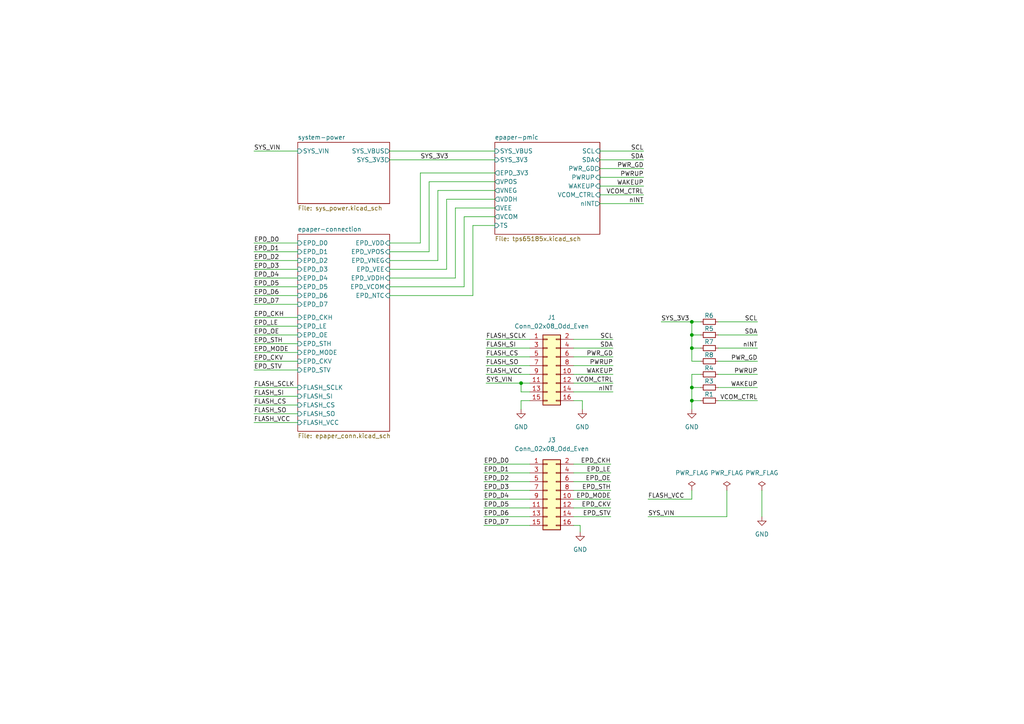
<source format=kicad_sch>
(kicad_sch (version 20211123) (generator eeschema)

  (uuid e63e39d7-6ac0-4ffd-8aa3-1841a4541b55)

  (paper "A4")

  (title_block
    (title "ink-frame")
    (date "2022-08-18")
    (rev "0.1")
    (comment 1 "@Vlad Conut")
  )

  (lib_symbols
    (symbol "Connector_Generic:Conn_02x08_Odd_Even" (pin_names (offset 1.016) hide) (in_bom yes) (on_board yes)
      (property "Reference" "J" (id 0) (at 1.27 10.16 0)
        (effects (font (size 1.27 1.27)))
      )
      (property "Value" "Conn_02x08_Odd_Even" (id 1) (at 1.27 -12.7 0)
        (effects (font (size 1.27 1.27)))
      )
      (property "Footprint" "" (id 2) (at 0 0 0)
        (effects (font (size 1.27 1.27)) hide)
      )
      (property "Datasheet" "~" (id 3) (at 0 0 0)
        (effects (font (size 1.27 1.27)) hide)
      )
      (property "ki_keywords" "connector" (id 4) (at 0 0 0)
        (effects (font (size 1.27 1.27)) hide)
      )
      (property "ki_description" "Generic connector, double row, 02x08, odd/even pin numbering scheme (row 1 odd numbers, row 2 even numbers), script generated (kicad-library-utils/schlib/autogen/connector/)" (id 5) (at 0 0 0)
        (effects (font (size 1.27 1.27)) hide)
      )
      (property "ki_fp_filters" "Connector*:*_2x??_*" (id 6) (at 0 0 0)
        (effects (font (size 1.27 1.27)) hide)
      )
      (symbol "Conn_02x08_Odd_Even_1_1"
        (rectangle (start -1.27 -10.033) (end 0 -10.287)
          (stroke (width 0.1524) (type default) (color 0 0 0 0))
          (fill (type none))
        )
        (rectangle (start -1.27 -7.493) (end 0 -7.747)
          (stroke (width 0.1524) (type default) (color 0 0 0 0))
          (fill (type none))
        )
        (rectangle (start -1.27 -4.953) (end 0 -5.207)
          (stroke (width 0.1524) (type default) (color 0 0 0 0))
          (fill (type none))
        )
        (rectangle (start -1.27 -2.413) (end 0 -2.667)
          (stroke (width 0.1524) (type default) (color 0 0 0 0))
          (fill (type none))
        )
        (rectangle (start -1.27 0.127) (end 0 -0.127)
          (stroke (width 0.1524) (type default) (color 0 0 0 0))
          (fill (type none))
        )
        (rectangle (start -1.27 2.667) (end 0 2.413)
          (stroke (width 0.1524) (type default) (color 0 0 0 0))
          (fill (type none))
        )
        (rectangle (start -1.27 5.207) (end 0 4.953)
          (stroke (width 0.1524) (type default) (color 0 0 0 0))
          (fill (type none))
        )
        (rectangle (start -1.27 7.747) (end 0 7.493)
          (stroke (width 0.1524) (type default) (color 0 0 0 0))
          (fill (type none))
        )
        (rectangle (start -1.27 8.89) (end 3.81 -11.43)
          (stroke (width 0.254) (type default) (color 0 0 0 0))
          (fill (type background))
        )
        (rectangle (start 3.81 -10.033) (end 2.54 -10.287)
          (stroke (width 0.1524) (type default) (color 0 0 0 0))
          (fill (type none))
        )
        (rectangle (start 3.81 -7.493) (end 2.54 -7.747)
          (stroke (width 0.1524) (type default) (color 0 0 0 0))
          (fill (type none))
        )
        (rectangle (start 3.81 -4.953) (end 2.54 -5.207)
          (stroke (width 0.1524) (type default) (color 0 0 0 0))
          (fill (type none))
        )
        (rectangle (start 3.81 -2.413) (end 2.54 -2.667)
          (stroke (width 0.1524) (type default) (color 0 0 0 0))
          (fill (type none))
        )
        (rectangle (start 3.81 0.127) (end 2.54 -0.127)
          (stroke (width 0.1524) (type default) (color 0 0 0 0))
          (fill (type none))
        )
        (rectangle (start 3.81 2.667) (end 2.54 2.413)
          (stroke (width 0.1524) (type default) (color 0 0 0 0))
          (fill (type none))
        )
        (rectangle (start 3.81 5.207) (end 2.54 4.953)
          (stroke (width 0.1524) (type default) (color 0 0 0 0))
          (fill (type none))
        )
        (rectangle (start 3.81 7.747) (end 2.54 7.493)
          (stroke (width 0.1524) (type default) (color 0 0 0 0))
          (fill (type none))
        )
        (pin passive line (at -5.08 7.62 0) (length 3.81)
          (name "Pin_1" (effects (font (size 1.27 1.27))))
          (number "1" (effects (font (size 1.27 1.27))))
        )
        (pin passive line (at 7.62 -2.54 180) (length 3.81)
          (name "Pin_10" (effects (font (size 1.27 1.27))))
          (number "10" (effects (font (size 1.27 1.27))))
        )
        (pin passive line (at -5.08 -5.08 0) (length 3.81)
          (name "Pin_11" (effects (font (size 1.27 1.27))))
          (number "11" (effects (font (size 1.27 1.27))))
        )
        (pin passive line (at 7.62 -5.08 180) (length 3.81)
          (name "Pin_12" (effects (font (size 1.27 1.27))))
          (number "12" (effects (font (size 1.27 1.27))))
        )
        (pin passive line (at -5.08 -7.62 0) (length 3.81)
          (name "Pin_13" (effects (font (size 1.27 1.27))))
          (number "13" (effects (font (size 1.27 1.27))))
        )
        (pin passive line (at 7.62 -7.62 180) (length 3.81)
          (name "Pin_14" (effects (font (size 1.27 1.27))))
          (number "14" (effects (font (size 1.27 1.27))))
        )
        (pin passive line (at -5.08 -10.16 0) (length 3.81)
          (name "Pin_15" (effects (font (size 1.27 1.27))))
          (number "15" (effects (font (size 1.27 1.27))))
        )
        (pin passive line (at 7.62 -10.16 180) (length 3.81)
          (name "Pin_16" (effects (font (size 1.27 1.27))))
          (number "16" (effects (font (size 1.27 1.27))))
        )
        (pin passive line (at 7.62 7.62 180) (length 3.81)
          (name "Pin_2" (effects (font (size 1.27 1.27))))
          (number "2" (effects (font (size 1.27 1.27))))
        )
        (pin passive line (at -5.08 5.08 0) (length 3.81)
          (name "Pin_3" (effects (font (size 1.27 1.27))))
          (number "3" (effects (font (size 1.27 1.27))))
        )
        (pin passive line (at 7.62 5.08 180) (length 3.81)
          (name "Pin_4" (effects (font (size 1.27 1.27))))
          (number "4" (effects (font (size 1.27 1.27))))
        )
        (pin passive line (at -5.08 2.54 0) (length 3.81)
          (name "Pin_5" (effects (font (size 1.27 1.27))))
          (number "5" (effects (font (size 1.27 1.27))))
        )
        (pin passive line (at 7.62 2.54 180) (length 3.81)
          (name "Pin_6" (effects (font (size 1.27 1.27))))
          (number "6" (effects (font (size 1.27 1.27))))
        )
        (pin passive line (at -5.08 0 0) (length 3.81)
          (name "Pin_7" (effects (font (size 1.27 1.27))))
          (number "7" (effects (font (size 1.27 1.27))))
        )
        (pin passive line (at 7.62 0 180) (length 3.81)
          (name "Pin_8" (effects (font (size 1.27 1.27))))
          (number "8" (effects (font (size 1.27 1.27))))
        )
        (pin passive line (at -5.08 -2.54 0) (length 3.81)
          (name "Pin_9" (effects (font (size 1.27 1.27))))
          (number "9" (effects (font (size 1.27 1.27))))
        )
      )
    )
    (symbol "Device:R_Small" (pin_numbers hide) (pin_names (offset 0.254) hide) (in_bom yes) (on_board yes)
      (property "Reference" "R" (id 0) (at 0.762 0.508 0)
        (effects (font (size 1.27 1.27)) (justify left))
      )
      (property "Value" "R_Small" (id 1) (at 0.762 -1.016 0)
        (effects (font (size 1.27 1.27)) (justify left))
      )
      (property "Footprint" "" (id 2) (at 0 0 0)
        (effects (font (size 1.27 1.27)) hide)
      )
      (property "Datasheet" "~" (id 3) (at 0 0 0)
        (effects (font (size 1.27 1.27)) hide)
      )
      (property "ki_keywords" "R resistor" (id 4) (at 0 0 0)
        (effects (font (size 1.27 1.27)) hide)
      )
      (property "ki_description" "Resistor, small symbol" (id 5) (at 0 0 0)
        (effects (font (size 1.27 1.27)) hide)
      )
      (property "ki_fp_filters" "R_*" (id 6) (at 0 0 0)
        (effects (font (size 1.27 1.27)) hide)
      )
      (symbol "R_Small_0_1"
        (rectangle (start -0.762 1.778) (end 0.762 -1.778)
          (stroke (width 0.2032) (type default) (color 0 0 0 0))
          (fill (type none))
        )
      )
      (symbol "R_Small_1_1"
        (pin passive line (at 0 2.54 270) (length 0.762)
          (name "~" (effects (font (size 1.27 1.27))))
          (number "1" (effects (font (size 1.27 1.27))))
        )
        (pin passive line (at 0 -2.54 90) (length 0.762)
          (name "~" (effects (font (size 1.27 1.27))))
          (number "2" (effects (font (size 1.27 1.27))))
        )
      )
    )
    (symbol "power:GND" (power) (pin_names (offset 0)) (in_bom yes) (on_board yes)
      (property "Reference" "#PWR" (id 0) (at 0 -6.35 0)
        (effects (font (size 1.27 1.27)) hide)
      )
      (property "Value" "GND" (id 1) (at 0 -3.81 0)
        (effects (font (size 1.27 1.27)))
      )
      (property "Footprint" "" (id 2) (at 0 0 0)
        (effects (font (size 1.27 1.27)) hide)
      )
      (property "Datasheet" "" (id 3) (at 0 0 0)
        (effects (font (size 1.27 1.27)) hide)
      )
      (property "ki_keywords" "power-flag" (id 4) (at 0 0 0)
        (effects (font (size 1.27 1.27)) hide)
      )
      (property "ki_description" "Power symbol creates a global label with name \"GND\" , ground" (id 5) (at 0 0 0)
        (effects (font (size 1.27 1.27)) hide)
      )
      (symbol "GND_0_1"
        (polyline
          (pts
            (xy 0 0)
            (xy 0 -1.27)
            (xy 1.27 -1.27)
            (xy 0 -2.54)
            (xy -1.27 -1.27)
            (xy 0 -1.27)
          )
          (stroke (width 0) (type default) (color 0 0 0 0))
          (fill (type none))
        )
      )
      (symbol "GND_1_1"
        (pin power_in line (at 0 0 270) (length 0) hide
          (name "GND" (effects (font (size 1.27 1.27))))
          (number "1" (effects (font (size 1.27 1.27))))
        )
      )
    )
    (symbol "power:PWR_FLAG" (power) (pin_numbers hide) (pin_names (offset 0) hide) (in_bom yes) (on_board yes)
      (property "Reference" "#FLG" (id 0) (at 0 1.905 0)
        (effects (font (size 1.27 1.27)) hide)
      )
      (property "Value" "PWR_FLAG" (id 1) (at 0 3.81 0)
        (effects (font (size 1.27 1.27)))
      )
      (property "Footprint" "" (id 2) (at 0 0 0)
        (effects (font (size 1.27 1.27)) hide)
      )
      (property "Datasheet" "~" (id 3) (at 0 0 0)
        (effects (font (size 1.27 1.27)) hide)
      )
      (property "ki_keywords" "power-flag" (id 4) (at 0 0 0)
        (effects (font (size 1.27 1.27)) hide)
      )
      (property "ki_description" "Special symbol for telling ERC where power comes from" (id 5) (at 0 0 0)
        (effects (font (size 1.27 1.27)) hide)
      )
      (symbol "PWR_FLAG_0_0"
        (pin power_out line (at 0 0 90) (length 0)
          (name "pwr" (effects (font (size 1.27 1.27))))
          (number "1" (effects (font (size 1.27 1.27))))
        )
      )
      (symbol "PWR_FLAG_0_1"
        (polyline
          (pts
            (xy 0 0)
            (xy 0 1.27)
            (xy -1.016 1.905)
            (xy 0 2.54)
            (xy 1.016 1.905)
            (xy 0 1.27)
          )
          (stroke (width 0) (type default) (color 0 0 0 0))
          (fill (type none))
        )
      )
    )
  )

  (junction (at 200.66 100.965) (diameter 0) (color 0 0 0 0)
    (uuid 10307caa-514d-4f6a-a563-ae96ef46e8d3)
  )
  (junction (at 200.66 116.205) (diameter 0) (color 0 0 0 0)
    (uuid 18ef0076-f13c-47a3-b309-960c7945aedd)
  )
  (junction (at 200.66 93.345) (diameter 0) (color 0 0 0 0)
    (uuid 498b40a2-a694-4ef1-a349-536c3c8bd58a)
  )
  (junction (at 151.13 111.125) (diameter 0) (color 0 0 0 0)
    (uuid a8bef0ef-35d0-4077-b9ad-dc506a1eb564)
  )
  (junction (at 200.66 97.155) (diameter 0) (color 0 0 0 0)
    (uuid ba44d975-f91a-4468-a8a4-fcedd7853523)
  )
  (junction (at 200.66 112.395) (diameter 0) (color 0 0 0 0)
    (uuid cd2fefbc-d7b5-4f4f-8a4d-24d7da9c32da)
  )

  (wire (pts (xy 200.66 93.345) (xy 200.66 97.155))
    (stroke (width 0) (type default) (color 0 0 0 0))
    (uuid 01728b94-15bb-4802-bc63-07348dd81d05)
  )
  (wire (pts (xy 200.66 104.775) (xy 203.2 104.775))
    (stroke (width 0) (type default) (color 0 0 0 0))
    (uuid 0237d03e-3f86-47b0-9b65-676f5e41ecd3)
  )
  (wire (pts (xy 127 55.245) (xy 143.51 55.245))
    (stroke (width 0) (type default) (color 0 0 0 0))
    (uuid 02e1262f-7738-4bf2-8e48-e158377afa2e)
  )
  (wire (pts (xy 220.98 142.24) (xy 220.98 149.86))
    (stroke (width 0) (type default) (color 0 0 0 0))
    (uuid 071ef661-980f-497f-8ada-979a35bc01ba)
  )
  (wire (pts (xy 173.99 46.355) (xy 186.69 46.355))
    (stroke (width 0) (type default) (color 0 0 0 0))
    (uuid 09021cbb-01c7-49e3-be07-a281ce085564)
  )
  (wire (pts (xy 73.66 92.075) (xy 86.36 92.075))
    (stroke (width 0) (type default) (color 0 0 0 0))
    (uuid 0c178d26-30fa-4bd3-919f-b2159d88dc7f)
  )
  (wire (pts (xy 140.335 134.62) (xy 153.67 134.62))
    (stroke (width 0) (type default) (color 0 0 0 0))
    (uuid 0d18fd58-ec27-4e4e-b9f9-e785117ba72f)
  )
  (wire (pts (xy 73.66 122.555) (xy 86.36 122.555))
    (stroke (width 0) (type default) (color 0 0 0 0))
    (uuid 0db90a72-2240-4e8b-897b-1a16d1501aeb)
  )
  (wire (pts (xy 134.62 62.865) (xy 143.51 62.865))
    (stroke (width 0) (type default) (color 0 0 0 0))
    (uuid 0dc2c787-aa06-4c55-bb3c-43df5a6365ef)
  )
  (wire (pts (xy 208.28 104.775) (xy 219.71 104.775))
    (stroke (width 0) (type default) (color 0 0 0 0))
    (uuid 0def8230-ed0f-4644-ac9e-b44d6d643c80)
  )
  (wire (pts (xy 200.66 93.345) (xy 203.2 93.345))
    (stroke (width 0) (type default) (color 0 0 0 0))
    (uuid 0fc9b731-fad7-4b0d-8602-405fb9cf39f6)
  )
  (wire (pts (xy 151.13 111.125) (xy 153.67 111.125))
    (stroke (width 0) (type default) (color 0 0 0 0))
    (uuid 152a91b0-8fa3-430b-a2be-a665747164b3)
  )
  (wire (pts (xy 73.66 114.935) (xy 86.36 114.935))
    (stroke (width 0) (type default) (color 0 0 0 0))
    (uuid 17118c36-09c4-4e68-8183-3d4aaf6c60e7)
  )
  (wire (pts (xy 113.03 85.725) (xy 137.16 85.725))
    (stroke (width 0) (type default) (color 0 0 0 0))
    (uuid 19ca424b-8f3f-431b-bf93-68378663c92c)
  )
  (wire (pts (xy 173.99 59.055) (xy 186.69 59.055))
    (stroke (width 0) (type default) (color 0 0 0 0))
    (uuid 1b54ccba-c09d-4af9-ba58-adff4d106c67)
  )
  (wire (pts (xy 113.03 83.185) (xy 134.62 83.185))
    (stroke (width 0) (type default) (color 0 0 0 0))
    (uuid 1bdb6751-ac6c-47b8-998e-853c39a5a061)
  )
  (wire (pts (xy 151.13 116.205) (xy 151.13 118.745))
    (stroke (width 0) (type default) (color 0 0 0 0))
    (uuid 20ed7d29-7e4e-415a-a012-a71e186838f7)
  )
  (wire (pts (xy 73.66 70.485) (xy 86.36 70.485))
    (stroke (width 0) (type default) (color 0 0 0 0))
    (uuid 25568fab-b475-4fdf-8c98-5e1b5e1a7b37)
  )
  (wire (pts (xy 73.66 43.815) (xy 86.36 43.815))
    (stroke (width 0) (type default) (color 0 0 0 0))
    (uuid 26013a6e-086a-4003-bef5-8ebf65eb1f5b)
  )
  (wire (pts (xy 166.37 106.045) (xy 177.8 106.045))
    (stroke (width 0) (type default) (color 0 0 0 0))
    (uuid 28d0c87b-77b6-4c51-a8a4-12df142707bc)
  )
  (wire (pts (xy 124.46 52.705) (xy 143.51 52.705))
    (stroke (width 0) (type default) (color 0 0 0 0))
    (uuid 28f65c68-8950-4b27-88e0-b8600fce68fd)
  )
  (wire (pts (xy 166.37 144.78) (xy 177.165 144.78))
    (stroke (width 0) (type default) (color 0 0 0 0))
    (uuid 2aca151b-2d66-4562-85e0-dead584f529a)
  )
  (wire (pts (xy 200.66 142.24) (xy 200.66 144.78))
    (stroke (width 0) (type default) (color 0 0 0 0))
    (uuid 2b6835b7-5acb-4ab7-8bee-6f2e6519eb0e)
  )
  (wire (pts (xy 73.66 94.615) (xy 86.36 94.615))
    (stroke (width 0) (type default) (color 0 0 0 0))
    (uuid 2d6eba87-dabf-4cd5-955e-6d02314ba1e5)
  )
  (wire (pts (xy 140.97 108.585) (xy 153.67 108.585))
    (stroke (width 0) (type default) (color 0 0 0 0))
    (uuid 2de0ee35-8d06-48ad-bd27-ee9f9fee5d05)
  )
  (wire (pts (xy 166.37 137.16) (xy 177.165 137.16))
    (stroke (width 0) (type default) (color 0 0 0 0))
    (uuid 2e06a4df-6064-409a-84d9-8edf64217d85)
  )
  (wire (pts (xy 208.28 116.205) (xy 219.71 116.205))
    (stroke (width 0) (type default) (color 0 0 0 0))
    (uuid 2f02120d-5b16-4dda-a6cf-b28c0e2263f4)
  )
  (wire (pts (xy 140.97 98.425) (xy 153.67 98.425))
    (stroke (width 0) (type default) (color 0 0 0 0))
    (uuid 337722c0-7030-4228-bc91-bfd6663cb5af)
  )
  (wire (pts (xy 208.28 97.155) (xy 219.71 97.155))
    (stroke (width 0) (type default) (color 0 0 0 0))
    (uuid 33a92461-b35d-4236-826a-f28085cd4d9a)
  )
  (wire (pts (xy 168.91 116.205) (xy 168.91 118.745))
    (stroke (width 0) (type default) (color 0 0 0 0))
    (uuid 348cf7d9-7074-48a6-aad5-db7730c3f482)
  )
  (wire (pts (xy 132.08 60.325) (xy 143.51 60.325))
    (stroke (width 0) (type default) (color 0 0 0 0))
    (uuid 3ad86d6e-4ac1-42d7-9d71-6217f7d0a5a3)
  )
  (wire (pts (xy 73.66 120.015) (xy 86.36 120.015))
    (stroke (width 0) (type default) (color 0 0 0 0))
    (uuid 3adba7b4-f9ab-48b3-962f-ef519f5c890a)
  )
  (wire (pts (xy 173.99 56.515) (xy 186.69 56.515))
    (stroke (width 0) (type default) (color 0 0 0 0))
    (uuid 3c917136-79aa-4ef2-9130-e5d58533c050)
  )
  (wire (pts (xy 210.82 149.86) (xy 210.82 142.24))
    (stroke (width 0) (type default) (color 0 0 0 0))
    (uuid 3d1f2da7-7546-4b0d-a3e6-d262a038b8dd)
  )
  (wire (pts (xy 73.66 73.025) (xy 86.36 73.025))
    (stroke (width 0) (type default) (color 0 0 0 0))
    (uuid 3f510e84-818e-4468-9830-bfbf8b20cf71)
  )
  (wire (pts (xy 113.03 80.645) (xy 132.08 80.645))
    (stroke (width 0) (type default) (color 0 0 0 0))
    (uuid 437e7ee0-477d-4d0d-ba3d-2d2cc76dd31d)
  )
  (wire (pts (xy 173.99 53.975) (xy 186.69 53.975))
    (stroke (width 0) (type default) (color 0 0 0 0))
    (uuid 45f7480b-0109-4fe0-b0ce-0a57dc54c1ff)
  )
  (wire (pts (xy 200.66 100.965) (xy 200.66 104.775))
    (stroke (width 0) (type default) (color 0 0 0 0))
    (uuid 48382dac-f8cf-4c59-a7fa-643aa52c6778)
  )
  (wire (pts (xy 129.54 57.785) (xy 143.51 57.785))
    (stroke (width 0) (type default) (color 0 0 0 0))
    (uuid 4992fb02-e11a-48f4-be1e-95c164226539)
  )
  (wire (pts (xy 140.97 106.045) (xy 153.67 106.045))
    (stroke (width 0) (type default) (color 0 0 0 0))
    (uuid 4ac81c01-2fbe-4eea-a4bc-d312c411d967)
  )
  (wire (pts (xy 200.66 116.205) (xy 203.2 116.205))
    (stroke (width 0) (type default) (color 0 0 0 0))
    (uuid 5191fcd1-f005-4ef2-aeac-a07ba17ed76b)
  )
  (wire (pts (xy 73.66 88.265) (xy 86.36 88.265))
    (stroke (width 0) (type default) (color 0 0 0 0))
    (uuid 53033f00-1cb2-4c68-a1c3-23d8c1c425c2)
  )
  (wire (pts (xy 140.335 147.32) (xy 153.67 147.32))
    (stroke (width 0) (type default) (color 0 0 0 0))
    (uuid 5486c96e-903e-4ce9-8cc5-557bbdd7eb08)
  )
  (wire (pts (xy 134.62 83.185) (xy 134.62 62.865))
    (stroke (width 0) (type default) (color 0 0 0 0))
    (uuid 548980bb-0cab-409c-b18b-02c9fae209ee)
  )
  (wire (pts (xy 166.37 139.7) (xy 177.165 139.7))
    (stroke (width 0) (type default) (color 0 0 0 0))
    (uuid 57c7e639-1ec1-4828-a059-563934867bb6)
  )
  (wire (pts (xy 173.99 48.895) (xy 186.69 48.895))
    (stroke (width 0) (type default) (color 0 0 0 0))
    (uuid 581109a7-0797-4590-b5ef-cb0e3302d36f)
  )
  (wire (pts (xy 132.08 80.645) (xy 132.08 60.325))
    (stroke (width 0) (type default) (color 0 0 0 0))
    (uuid 59b17b97-5245-4ec1-9a7f-c18c4d0253af)
  )
  (wire (pts (xy 191.77 93.345) (xy 200.66 93.345))
    (stroke (width 0) (type default) (color 0 0 0 0))
    (uuid 5b7990cf-42b0-4225-bae9-e33ef7413996)
  )
  (wire (pts (xy 140.335 149.86) (xy 153.67 149.86))
    (stroke (width 0) (type default) (color 0 0 0 0))
    (uuid 5e0f9b9c-b021-4436-bad5-51cbcbb7bf6d)
  )
  (wire (pts (xy 113.03 75.565) (xy 127 75.565))
    (stroke (width 0) (type default) (color 0 0 0 0))
    (uuid 5fded386-4830-4c6d-a6ca-3b530b67ab9c)
  )
  (wire (pts (xy 140.335 142.24) (xy 153.67 142.24))
    (stroke (width 0) (type default) (color 0 0 0 0))
    (uuid 6097a1c3-58a3-4e86-898d-995d6e247933)
  )
  (wire (pts (xy 140.97 111.125) (xy 151.13 111.125))
    (stroke (width 0) (type default) (color 0 0 0 0))
    (uuid 611e3bd8-6664-48fc-ba8d-27d0f8fde3ab)
  )
  (wire (pts (xy 151.13 113.665) (xy 153.67 113.665))
    (stroke (width 0) (type default) (color 0 0 0 0))
    (uuid 617828c0-8584-497b-bf95-2b650420bef4)
  )
  (wire (pts (xy 140.335 152.4) (xy 153.67 152.4))
    (stroke (width 0) (type default) (color 0 0 0 0))
    (uuid 61de877e-29e3-42bb-a8a0-845a725fad9e)
  )
  (wire (pts (xy 208.28 112.395) (xy 219.71 112.395))
    (stroke (width 0) (type default) (color 0 0 0 0))
    (uuid 61eee0ee-33e1-4c59-aef6-4f702466e047)
  )
  (wire (pts (xy 151.13 111.125) (xy 151.13 113.665))
    (stroke (width 0) (type default) (color 0 0 0 0))
    (uuid 67bcfe75-bab9-4985-b946-00194d9aa9cd)
  )
  (wire (pts (xy 73.66 112.395) (xy 86.36 112.395))
    (stroke (width 0) (type default) (color 0 0 0 0))
    (uuid 6a4d991e-9d67-419b-9bc2-cbe7e6224602)
  )
  (wire (pts (xy 173.99 51.435) (xy 186.69 51.435))
    (stroke (width 0) (type default) (color 0 0 0 0))
    (uuid 6c747544-a9b8-49c1-89d0-ee7f389dccb3)
  )
  (wire (pts (xy 200.66 97.155) (xy 200.66 100.965))
    (stroke (width 0) (type default) (color 0 0 0 0))
    (uuid 6d080340-beb2-4ed8-9e71-830bc3830a40)
  )
  (wire (pts (xy 127 75.565) (xy 127 55.245))
    (stroke (width 0) (type default) (color 0 0 0 0))
    (uuid 6f14dd76-8e2a-459e-a457-19267ba67be4)
  )
  (wire (pts (xy 73.66 75.565) (xy 86.36 75.565))
    (stroke (width 0) (type default) (color 0 0 0 0))
    (uuid 6f3da2aa-f920-471e-a15d-c52e8dbb1333)
  )
  (wire (pts (xy 140.97 100.965) (xy 153.67 100.965))
    (stroke (width 0) (type default) (color 0 0 0 0))
    (uuid 70625418-4bbf-4eb6-bdfe-1bbebc2dc4dd)
  )
  (wire (pts (xy 124.46 73.025) (xy 124.46 52.705))
    (stroke (width 0) (type default) (color 0 0 0 0))
    (uuid 778ceb93-c219-4ce6-b9e7-a5723aecdf2a)
  )
  (wire (pts (xy 208.28 108.585) (xy 219.71 108.585))
    (stroke (width 0) (type default) (color 0 0 0 0))
    (uuid 7852e8ac-8605-4d7b-8220-e6d914b966b9)
  )
  (wire (pts (xy 140.97 103.505) (xy 153.67 103.505))
    (stroke (width 0) (type default) (color 0 0 0 0))
    (uuid 7864669a-d7aa-455f-8c81-c574867d98ae)
  )
  (wire (pts (xy 73.66 99.695) (xy 86.36 99.695))
    (stroke (width 0) (type default) (color 0 0 0 0))
    (uuid 793891d4-a94a-4fd1-a514-c9436d315972)
  )
  (wire (pts (xy 113.03 70.485) (xy 121.92 70.485))
    (stroke (width 0) (type default) (color 0 0 0 0))
    (uuid 7cb02633-318d-4e28-af88-612ab58488dc)
  )
  (wire (pts (xy 166.37 100.965) (xy 177.8 100.965))
    (stroke (width 0) (type default) (color 0 0 0 0))
    (uuid 7cd58190-95d9-4ee8-97cc-c290a48f662d)
  )
  (wire (pts (xy 73.66 117.475) (xy 86.36 117.475))
    (stroke (width 0) (type default) (color 0 0 0 0))
    (uuid 7d59c0b7-e681-4779-b285-66b563529a98)
  )
  (wire (pts (xy 140.335 137.16) (xy 153.67 137.16))
    (stroke (width 0) (type default) (color 0 0 0 0))
    (uuid 7e12127e-ff0d-4abd-91fa-bc8cfc12a600)
  )
  (wire (pts (xy 200.66 118.745) (xy 200.66 116.205))
    (stroke (width 0) (type default) (color 0 0 0 0))
    (uuid 7ead9a68-478f-4d7a-ae38-b5e9199b6126)
  )
  (wire (pts (xy 73.66 83.185) (xy 86.36 83.185))
    (stroke (width 0) (type default) (color 0 0 0 0))
    (uuid 83597205-bb3b-449f-a0be-0c40351b2a71)
  )
  (wire (pts (xy 73.66 78.105) (xy 86.36 78.105))
    (stroke (width 0) (type default) (color 0 0 0 0))
    (uuid 83beb9d2-8ee1-4a29-860f-dac87f3aa5fa)
  )
  (wire (pts (xy 73.66 80.645) (xy 86.36 80.645))
    (stroke (width 0) (type default) (color 0 0 0 0))
    (uuid 88d080fc-86b7-401a-88c3-07515114e96d)
  )
  (wire (pts (xy 200.66 112.395) (xy 203.2 112.395))
    (stroke (width 0) (type default) (color 0 0 0 0))
    (uuid 895631c2-e993-4ac0-8f39-f57373940343)
  )
  (wire (pts (xy 140.335 144.78) (xy 153.67 144.78))
    (stroke (width 0) (type default) (color 0 0 0 0))
    (uuid 8c26dfb6-5f2d-4125-b975-465a90c6d21c)
  )
  (wire (pts (xy 121.92 50.165) (xy 143.51 50.165))
    (stroke (width 0) (type default) (color 0 0 0 0))
    (uuid 91a6fff7-fe6a-4062-b3d1-93d0d31e40ac)
  )
  (wire (pts (xy 187.96 144.78) (xy 200.66 144.78))
    (stroke (width 0) (type default) (color 0 0 0 0))
    (uuid 9ae1063d-093a-463d-ab7a-97eccbb1ee74)
  )
  (wire (pts (xy 73.66 102.235) (xy 86.36 102.235))
    (stroke (width 0) (type default) (color 0 0 0 0))
    (uuid 9bce13a9-e8d3-4a3f-b2fe-8ddc5949b26c)
  )
  (wire (pts (xy 113.03 46.355) (xy 143.51 46.355))
    (stroke (width 0) (type default) (color 0 0 0 0))
    (uuid a4940709-6438-47ae-9a31-ef008889a82f)
  )
  (wire (pts (xy 140.335 139.7) (xy 153.67 139.7))
    (stroke (width 0) (type default) (color 0 0 0 0))
    (uuid abef84d4-8437-4b3f-b090-1ae6f52a64e3)
  )
  (wire (pts (xy 200.66 112.395) (xy 200.66 108.585))
    (stroke (width 0) (type default) (color 0 0 0 0))
    (uuid ac825d18-3bd2-4bdc-8abe-852a922e35e1)
  )
  (wire (pts (xy 73.66 107.315) (xy 86.36 107.315))
    (stroke (width 0) (type default) (color 0 0 0 0))
    (uuid b21ea013-85ae-49a7-aa12-5c760d82fd91)
  )
  (wire (pts (xy 168.275 152.4) (xy 168.275 154.305))
    (stroke (width 0) (type default) (color 0 0 0 0))
    (uuid ba45d444-3f84-41b0-8965-44242a203ecc)
  )
  (wire (pts (xy 187.96 149.86) (xy 210.82 149.86))
    (stroke (width 0) (type default) (color 0 0 0 0))
    (uuid ba95e3b0-2ad8-4c54-98f4-f7123d07223f)
  )
  (wire (pts (xy 166.37 98.425) (xy 177.8 98.425))
    (stroke (width 0) (type default) (color 0 0 0 0))
    (uuid bbb749f8-a363-47fb-bd64-75816659f8e8)
  )
  (wire (pts (xy 166.37 142.24) (xy 177.165 142.24))
    (stroke (width 0) (type default) (color 0 0 0 0))
    (uuid bcfe43b0-3969-4675-a9c5-acf5f6888a8a)
  )
  (wire (pts (xy 113.03 43.815) (xy 143.51 43.815))
    (stroke (width 0) (type default) (color 0 0 0 0))
    (uuid c09aaf79-824e-4fa5-a792-716a63ae26d0)
  )
  (wire (pts (xy 173.99 43.815) (xy 186.69 43.815))
    (stroke (width 0) (type default) (color 0 0 0 0))
    (uuid c2b3e998-9cfe-4c9e-a7b7-60356a7de733)
  )
  (wire (pts (xy 166.37 113.665) (xy 177.8 113.665))
    (stroke (width 0) (type default) (color 0 0 0 0))
    (uuid c618ae55-d48a-4e51-a973-cd66450f56da)
  )
  (wire (pts (xy 113.03 73.025) (xy 124.46 73.025))
    (stroke (width 0) (type default) (color 0 0 0 0))
    (uuid c6f68e7a-6c0e-4e5c-a066-1a168b540926)
  )
  (wire (pts (xy 166.37 103.505) (xy 177.8 103.505))
    (stroke (width 0) (type default) (color 0 0 0 0))
    (uuid c7b363bf-63d0-4381-91b9-27a103a89692)
  )
  (wire (pts (xy 129.54 78.105) (xy 129.54 57.785))
    (stroke (width 0) (type default) (color 0 0 0 0))
    (uuid c991c12f-906c-48ce-8863-b44f072e8d64)
  )
  (wire (pts (xy 73.66 97.155) (xy 86.36 97.155))
    (stroke (width 0) (type default) (color 0 0 0 0))
    (uuid cac8f5a9-00f6-43eb-8901-1c5d9ac640bc)
  )
  (wire (pts (xy 200.66 100.965) (xy 203.2 100.965))
    (stroke (width 0) (type default) (color 0 0 0 0))
    (uuid cdfccd56-cfa3-409e-a144-bce0a5541d8a)
  )
  (wire (pts (xy 166.37 111.125) (xy 177.8 111.125))
    (stroke (width 0) (type default) (color 0 0 0 0))
    (uuid d1c27fc6-cb18-4e34-8ca1-7f9546e39d07)
  )
  (wire (pts (xy 166.37 152.4) (xy 168.275 152.4))
    (stroke (width 0) (type default) (color 0 0 0 0))
    (uuid d2d114f5-a289-4a55-b4de-74bf16b6ed6f)
  )
  (wire (pts (xy 113.03 78.105) (xy 129.54 78.105))
    (stroke (width 0) (type default) (color 0 0 0 0))
    (uuid d36b5d69-e051-4ad3-9459-d144c0ecf55d)
  )
  (wire (pts (xy 73.66 85.725) (xy 86.36 85.725))
    (stroke (width 0) (type default) (color 0 0 0 0))
    (uuid d5edfc98-e1ed-40c7-be62-258f370873a0)
  )
  (wire (pts (xy 208.28 100.965) (xy 219.71 100.965))
    (stroke (width 0) (type default) (color 0 0 0 0))
    (uuid d9b19fad-87f2-4cb6-8bea-57429114060c)
  )
  (wire (pts (xy 166.37 134.62) (xy 177.165 134.62))
    (stroke (width 0) (type default) (color 0 0 0 0))
    (uuid dc41a248-2439-43ed-8c80-bf8bab1d421f)
  )
  (wire (pts (xy 73.66 104.775) (xy 86.36 104.775))
    (stroke (width 0) (type default) (color 0 0 0 0))
    (uuid dddd7762-1972-45ac-ab78-1131a7d2d56b)
  )
  (wire (pts (xy 137.16 65.405) (xy 137.16 85.725))
    (stroke (width 0) (type default) (color 0 0 0 0))
    (uuid de1765d5-605d-484a-8ab8-abc4862a12ef)
  )
  (wire (pts (xy 208.28 93.345) (xy 219.71 93.345))
    (stroke (width 0) (type default) (color 0 0 0 0))
    (uuid e4701762-c596-4b65-a492-3057073b1af4)
  )
  (wire (pts (xy 121.92 70.485) (xy 121.92 50.165))
    (stroke (width 0) (type default) (color 0 0 0 0))
    (uuid e4a4bcb6-4dbb-4360-b0f6-c6bf219550e9)
  )
  (wire (pts (xy 166.37 149.86) (xy 177.165 149.86))
    (stroke (width 0) (type default) (color 0 0 0 0))
    (uuid e60b5e5a-eb9b-42d1-b9e0-b47f817de289)
  )
  (wire (pts (xy 200.66 97.155) (xy 203.2 97.155))
    (stroke (width 0) (type default) (color 0 0 0 0))
    (uuid e74ae18c-d0e6-4fb5-9661-7f83a18cef79)
  )
  (wire (pts (xy 200.66 108.585) (xy 203.2 108.585))
    (stroke (width 0) (type default) (color 0 0 0 0))
    (uuid edfe1a08-2914-4fec-b7e8-80fcf28b91b2)
  )
  (wire (pts (xy 166.37 108.585) (xy 177.8 108.585))
    (stroke (width 0) (type default) (color 0 0 0 0))
    (uuid f37d7638-0418-4051-b694-d9378ad73355)
  )
  (wire (pts (xy 200.66 116.205) (xy 200.66 112.395))
    (stroke (width 0) (type default) (color 0 0 0 0))
    (uuid f3a60aee-9dfb-4e2f-9087-7f5552efb775)
  )
  (wire (pts (xy 166.37 116.205) (xy 168.91 116.205))
    (stroke (width 0) (type default) (color 0 0 0 0))
    (uuid f4455839-5095-4e1c-9263-a8d1db998023)
  )
  (wire (pts (xy 153.67 116.205) (xy 151.13 116.205))
    (stroke (width 0) (type default) (color 0 0 0 0))
    (uuid f67e5616-0dca-4258-bd7d-84e4ca40a625)
  )
  (wire (pts (xy 166.37 147.32) (xy 177.165 147.32))
    (stroke (width 0) (type default) (color 0 0 0 0))
    (uuid f863b979-0ed1-4bed-b8dc-87f193e58019)
  )
  (wire (pts (xy 143.51 65.405) (xy 137.16 65.405))
    (stroke (width 0) (type default) (color 0 0 0 0))
    (uuid fbc8fcd4-79ff-407b-be0e-f7520f5eda66)
  )

  (label "SDA" (at 177.8 100.965 180)
    (effects (font (size 1.27 1.27)) (justify right bottom))
    (uuid 01fd0491-9c79-48df-9cb9-c77a3408e52e)
  )
  (label "EPD_D4" (at 73.66 80.645 0)
    (effects (font (size 1.27 1.27)) (justify left bottom))
    (uuid 0c8b768a-f00c-45bd-8a90-29995ef57712)
  )
  (label "EPD_STV" (at 177.165 149.86 180)
    (effects (font (size 1.27 1.27)) (justify right bottom))
    (uuid 1083221c-501a-4e76-a196-04cfbb64ebb2)
  )
  (label "nINT" (at 219.71 100.965 180)
    (effects (font (size 1.27 1.27)) (justify right bottom))
    (uuid 168b25d9-f02e-4c47-bdcf-08a92dd7ef63)
  )
  (label "EPD_LE" (at 73.66 94.615 0)
    (effects (font (size 1.27 1.27)) (justify left bottom))
    (uuid 16d7b0e0-b080-441e-8408-60d03cbf9bcf)
  )
  (label "EPD_D3" (at 73.66 78.105 0)
    (effects (font (size 1.27 1.27)) (justify left bottom))
    (uuid 18445743-11df-4984-8b11-5ce9d9ea6773)
  )
  (label "PWRUP" (at 186.69 51.435 180)
    (effects (font (size 1.27 1.27)) (justify right bottom))
    (uuid 235807ef-050c-4de9-8aba-40cc86f8ae73)
  )
  (label "EPD_D7" (at 140.335 152.4 0)
    (effects (font (size 1.27 1.27)) (justify left bottom))
    (uuid 2407c409-b61c-4a95-b56b-bc7e738bf99c)
  )
  (label "FLASH_SO" (at 73.66 120.015 0)
    (effects (font (size 1.27 1.27)) (justify left bottom))
    (uuid 2417eb4f-71e0-4070-98dd-13ae5ecf3c1c)
  )
  (label "PWRUP" (at 177.8 106.045 180)
    (effects (font (size 1.27 1.27)) (justify right bottom))
    (uuid 25ccea3e-391e-46e5-a109-828ceb01ac18)
  )
  (label "WAKEUP" (at 186.69 53.975 180)
    (effects (font (size 1.27 1.27)) (justify right bottom))
    (uuid 26f4a776-119e-4d15-8ca7-b18b30b0b3bb)
  )
  (label "SDA" (at 186.69 46.355 180)
    (effects (font (size 1.27 1.27)) (justify right bottom))
    (uuid 2a3f3276-0ec3-4fb5-9b7d-b75764d397f0)
  )
  (label "SCL" (at 186.69 43.815 180)
    (effects (font (size 1.27 1.27)) (justify right bottom))
    (uuid 2ad01c1a-bbe7-4aef-bb02-0f4997a3350f)
  )
  (label "EPD_CKH" (at 177.165 134.62 180)
    (effects (font (size 1.27 1.27)) (justify right bottom))
    (uuid 2afdcfcf-48c7-4a70-85e7-3f2d57cace6a)
  )
  (label "EPD_CKH" (at 73.66 92.075 0)
    (effects (font (size 1.27 1.27)) (justify left bottom))
    (uuid 30f75bc7-19b9-42dd-8780-73ea01c18bc0)
  )
  (label "EPD_D6" (at 73.66 85.725 0)
    (effects (font (size 1.27 1.27)) (justify left bottom))
    (uuid 3842b528-3974-4fd8-b2bb-44f12cfe624a)
  )
  (label "EPD_CKV" (at 177.165 147.32 180)
    (effects (font (size 1.27 1.27)) (justify right bottom))
    (uuid 3caef4a9-61cd-41a7-acbe-1bb1ab5546eb)
  )
  (label "EPD_D4" (at 140.335 144.78 0)
    (effects (font (size 1.27 1.27)) (justify left bottom))
    (uuid 3d6e9901-af3a-4232-bdac-dceff85b8c02)
  )
  (label "FLASH_SCLK" (at 140.97 98.425 0)
    (effects (font (size 1.27 1.27)) (justify left bottom))
    (uuid 4413e955-47e1-402b-9f0f-52e83696c944)
  )
  (label "nINT" (at 177.8 113.665 180)
    (effects (font (size 1.27 1.27)) (justify right bottom))
    (uuid 4767e57f-4e46-4a1c-ad59-f4ba9b388f47)
  )
  (label "FLASH_SI" (at 73.66 114.935 0)
    (effects (font (size 1.27 1.27)) (justify left bottom))
    (uuid 4a3e7ef2-47a2-42c1-be3b-5bdc5c1e70eb)
  )
  (label "EPD_D1" (at 140.335 137.16 0)
    (effects (font (size 1.27 1.27)) (justify left bottom))
    (uuid 4e49262c-b497-4542-8aef-77cb8a3f6f82)
  )
  (label "WAKEUP" (at 219.71 112.395 180)
    (effects (font (size 1.27 1.27)) (justify right bottom))
    (uuid 4ffa49eb-4907-4789-91c2-8abf64334ff6)
  )
  (label "SCL" (at 219.71 93.345 180)
    (effects (font (size 1.27 1.27)) (justify right bottom))
    (uuid 50969144-765c-455e-b18c-5394e59c20ee)
  )
  (label "EPD_STH" (at 73.66 99.695 0)
    (effects (font (size 1.27 1.27)) (justify left bottom))
    (uuid 52e1609e-aa08-486c-a39a-6b7f75db2349)
  )
  (label "PWR_GD" (at 177.8 103.505 180)
    (effects (font (size 1.27 1.27)) (justify right bottom))
    (uuid 55260332-2cc1-4fbd-b77c-74ed743602da)
  )
  (label "FLASH_SI" (at 140.97 100.965 0)
    (effects (font (size 1.27 1.27)) (justify left bottom))
    (uuid 5733aaf3-f7a8-45c8-a04c-1196dd4b6dc7)
  )
  (label "SYS_VIN" (at 73.66 43.815 0)
    (effects (font (size 1.27 1.27)) (justify left bottom))
    (uuid 5a7a19d1-3aa5-4163-b975-b4838a078f4c)
  )
  (label "SYS_3V3" (at 121.92 46.355 0)
    (effects (font (size 1.27 1.27)) (justify left bottom))
    (uuid 61a6477b-a0cd-4cb1-8033-6d55792e4742)
  )
  (label "PWR_GD" (at 186.69 48.895 180)
    (effects (font (size 1.27 1.27)) (justify right bottom))
    (uuid 6ec4d3c5-b503-4a55-95f8-b378d438265c)
  )
  (label "PWRUP" (at 219.71 108.585 180)
    (effects (font (size 1.27 1.27)) (justify right bottom))
    (uuid 6f2b127e-c68c-478d-a8ac-51ff4b93f43f)
  )
  (label "EPD_CKV" (at 73.66 104.775 0)
    (effects (font (size 1.27 1.27)) (justify left bottom))
    (uuid 6fd61bc8-c7c3-4425-a5f8-1a2ccfa3b0ea)
  )
  (label "SYS_VIN" (at 140.97 111.125 0)
    (effects (font (size 1.27 1.27)) (justify left bottom))
    (uuid 72f0a787-0565-4ca1-bc1c-4e76a9f7c6d7)
  )
  (label "EPD_OE" (at 73.66 97.155 0)
    (effects (font (size 1.27 1.27)) (justify left bottom))
    (uuid 74d07c23-658d-479e-826c-2a72c5cb1263)
  )
  (label "SDA" (at 219.71 97.155 180)
    (effects (font (size 1.27 1.27)) (justify right bottom))
    (uuid 793d12f1-29d3-4d7f-adba-fb9bf6b2ac43)
  )
  (label "EPD_D3" (at 140.335 142.24 0)
    (effects (font (size 1.27 1.27)) (justify left bottom))
    (uuid 79b68c3d-63df-4fd7-a811-0d0c8c655da1)
  )
  (label "VCOM_CTRL" (at 219.71 116.205 180)
    (effects (font (size 1.27 1.27)) (justify right bottom))
    (uuid 7adf6f1f-67ea-431e-8129-26a4edbaa631)
  )
  (label "EPD_MODE" (at 73.66 102.235 0)
    (effects (font (size 1.27 1.27)) (justify left bottom))
    (uuid 7b53c924-ccc6-46fe-b6ce-0230b1daccfe)
  )
  (label "PWR_GD" (at 219.71 104.775 180)
    (effects (font (size 1.27 1.27)) (justify right bottom))
    (uuid 7c18e61c-c22a-40cc-8303-0de62ad434e2)
  )
  (label "EPD_D7" (at 73.66 88.265 0)
    (effects (font (size 1.27 1.27)) (justify left bottom))
    (uuid 7c371806-12f0-4674-b0d0-178aa0b2281b)
  )
  (label "FLASH_VCC" (at 187.96 144.78 0)
    (effects (font (size 1.27 1.27)) (justify left bottom))
    (uuid 7cf63e48-9066-47f7-bdc9-f0ea2c4454b7)
  )
  (label "VCOM_CTRL" (at 177.8 111.125 180)
    (effects (font (size 1.27 1.27)) (justify right bottom))
    (uuid 80f0fddb-0e0e-48ae-adb7-f4e1119be552)
  )
  (label "FLASH_VCC" (at 140.97 108.585 0)
    (effects (font (size 1.27 1.27)) (justify left bottom))
    (uuid 82121927-fa14-458e-a2a7-89dca32bb070)
  )
  (label "FLASH_CS" (at 73.66 117.475 0)
    (effects (font (size 1.27 1.27)) (justify left bottom))
    (uuid 85059722-7acd-4dd5-b26a-e9d0a95a80a9)
  )
  (label "EPD_D1" (at 73.66 73.025 0)
    (effects (font (size 1.27 1.27)) (justify left bottom))
    (uuid 85e4358c-f3bc-423e-ae72-8a140f15f0b3)
  )
  (label "EPD_D0" (at 73.66 70.485 0)
    (effects (font (size 1.27 1.27)) (justify left bottom))
    (uuid 86b03c2d-0681-4115-902a-4351ee9ac976)
  )
  (label "EPD_D2" (at 73.66 75.565 0)
    (effects (font (size 1.27 1.27)) (justify left bottom))
    (uuid 8d097bfe-c7c1-415c-9c39-4d38d47b0a87)
  )
  (label "EPD_STV" (at 73.66 107.315 0)
    (effects (font (size 1.27 1.27)) (justify left bottom))
    (uuid 919f0fab-6658-4bf6-9f6f-83e47e442f15)
  )
  (label "FLASH_SCLK" (at 73.66 112.395 0)
    (effects (font (size 1.27 1.27)) (justify left bottom))
    (uuid a00878f2-8d2f-4913-a444-67c62f967c26)
  )
  (label "EPD_STH" (at 177.165 142.24 180)
    (effects (font (size 1.27 1.27)) (justify right bottom))
    (uuid a063b896-e343-4251-a3db-e42fe1088aa3)
  )
  (label "EPD_D2" (at 140.335 139.7 0)
    (effects (font (size 1.27 1.27)) (justify left bottom))
    (uuid a1fac9ac-9b13-4914-815c-1a1abdf1be1e)
  )
  (label "FLASH_SO" (at 140.97 106.045 0)
    (effects (font (size 1.27 1.27)) (justify left bottom))
    (uuid ae3e1820-5b44-405d-971d-4f8fd7d176af)
  )
  (label "nINT" (at 186.69 59.055 180)
    (effects (font (size 1.27 1.27)) (justify right bottom))
    (uuid b2d1d9e2-2eb6-408b-87ca-0a09a0700450)
  )
  (label "FLASH_VCC" (at 73.66 122.555 0)
    (effects (font (size 1.27 1.27)) (justify left bottom))
    (uuid b7fbc045-bf47-46c2-9daa-ff845429b376)
  )
  (label "EPD_D5" (at 140.335 147.32 0)
    (effects (font (size 1.27 1.27)) (justify left bottom))
    (uuid c14fcc88-0c69-4a8d-8e12-83031355147c)
  )
  (label "EPD_D0" (at 140.335 134.62 0)
    (effects (font (size 1.27 1.27)) (justify left bottom))
    (uuid c3f0a6b3-33dd-4ca6-bf67-af50f8a7084a)
  )
  (label "SYS_VIN" (at 187.96 149.86 0)
    (effects (font (size 1.27 1.27)) (justify left bottom))
    (uuid c4aaa8a4-dbba-490b-bd7c-1b8ddac806c0)
  )
  (label "EPD_LE" (at 177.165 137.16 180)
    (effects (font (size 1.27 1.27)) (justify right bottom))
    (uuid c8c75666-d649-4d33-a4a1-9c529c5d80fc)
  )
  (label "EPD_D6" (at 140.335 149.86 0)
    (effects (font (size 1.27 1.27)) (justify left bottom))
    (uuid cf527820-8a16-4938-be72-7e2f506a2f38)
  )
  (label "EPD_MODE" (at 177.165 144.78 180)
    (effects (font (size 1.27 1.27)) (justify right bottom))
    (uuid d5d925e7-7945-4cda-befd-f3e2d2f59f57)
  )
  (label "WAKEUP" (at 177.8 108.585 180)
    (effects (font (size 1.27 1.27)) (justify right bottom))
    (uuid dd9d6b6c-ee3f-4732-a5b2-e4cf75b20906)
  )
  (label "SCL" (at 177.8 98.425 180)
    (effects (font (size 1.27 1.27)) (justify right bottom))
    (uuid e838fc6e-5348-4f97-836c-9e53288e13d5)
  )
  (label "SYS_3V3" (at 191.77 93.345 0)
    (effects (font (size 1.27 1.27)) (justify left bottom))
    (uuid f3847d77-bbfe-4318-ab65-3f9815e5ac33)
  )
  (label "VCOM_CTRL" (at 186.69 56.515 180)
    (effects (font (size 1.27 1.27)) (justify right bottom))
    (uuid f49847c4-777f-47c7-bde7-97b21fc13639)
  )
  (label "EPD_D5" (at 73.66 83.185 0)
    (effects (font (size 1.27 1.27)) (justify left bottom))
    (uuid f71f045b-808b-4a54-8621-4040d726123a)
  )
  (label "EPD_OE" (at 177.165 139.7 180)
    (effects (font (size 1.27 1.27)) (justify right bottom))
    (uuid fcda73f4-d6ed-4ed6-9796-f249d8875ec7)
  )
  (label "FLASH_CS" (at 140.97 103.505 0)
    (effects (font (size 1.27 1.27)) (justify left bottom))
    (uuid fe38e6e4-ad24-4e85-89a4-7f28106d1fe3)
  )

  (symbol (lib_id "Device:R_Small") (at 205.74 108.585 90) (unit 1)
    (in_bom yes) (on_board yes)
    (uuid 0d045cc7-9794-4723-80f0-fac3a9f54cf0)
    (property "Reference" "R4" (id 0) (at 207.01 106.045 90)
      (effects (font (size 1.27 1.27)) (justify left bottom))
    )
    (property "Value" "100k" (id 1) (at 207.0099 106.045 0)
      (effects (font (size 1.27 1.27)) (justify left) hide)
    )
    (property "Footprint" "Resistor_SMD:R_0603_1608Metric" (id 2) (at 205.74 108.585 0)
      (effects (font (size 1.27 1.27)) hide)
    )
    (property "Datasheet" "~" (id 3) (at 205.74 108.585 0)
      (effects (font (size 1.27 1.27)) hide)
    )
    (property "LCSC" "C25803" (id 4) (at 205.74 108.585 90)
      (effects (font (size 1.27 1.27)) hide)
    )
    (pin "1" (uuid 1517df96-16b7-4fd8-9176-df5e9a5a60fa))
    (pin "2" (uuid c8570c2e-fc2d-487c-a0fa-1a5ac7e36d96))
  )

  (symbol (lib_id "Device:R_Small") (at 205.74 112.395 90) (unit 1)
    (in_bom yes) (on_board yes)
    (uuid 1a7b2d83-3255-4398-9196-a2b917819141)
    (property "Reference" "R3" (id 0) (at 207.01 109.855 90)
      (effects (font (size 1.27 1.27)) (justify left bottom))
    )
    (property "Value" "100k" (id 1) (at 207.0099 109.855 0)
      (effects (font (size 1.27 1.27)) (justify left) hide)
    )
    (property "Footprint" "Resistor_SMD:R_0603_1608Metric" (id 2) (at 205.74 112.395 0)
      (effects (font (size 1.27 1.27)) hide)
    )
    (property "Datasheet" "~" (id 3) (at 205.74 112.395 0)
      (effects (font (size 1.27 1.27)) hide)
    )
    (property "LCSC" "C25803" (id 4) (at 205.74 112.395 90)
      (effects (font (size 1.27 1.27)) hide)
    )
    (pin "1" (uuid 51cbaca0-27e2-4d9a-a2bc-2ed0a6dbac5f))
    (pin "2" (uuid 90203239-72ef-4e57-944f-546030e40851))
  )

  (symbol (lib_id "power:PWR_FLAG") (at 200.66 142.24 0) (unit 1)
    (in_bom yes) (on_board yes) (fields_autoplaced)
    (uuid 25049d95-08b5-4863-a416-c9b9e2d77d4a)
    (property "Reference" "#FLG05" (id 0) (at 200.66 140.335 0)
      (effects (font (size 1.27 1.27)) hide)
    )
    (property "Value" "PWR_FLAG" (id 1) (at 200.66 137.16 0))
    (property "Footprint" "" (id 2) (at 200.66 142.24 0)
      (effects (font (size 1.27 1.27)) hide)
    )
    (property "Datasheet" "~" (id 3) (at 200.66 142.24 0)
      (effects (font (size 1.27 1.27)) hide)
    )
    (pin "1" (uuid 13447865-4b42-40a3-ae2c-51ae898681ea))
  )

  (symbol (lib_id "Device:R_Small") (at 205.74 97.155 90) (unit 1)
    (in_bom yes) (on_board yes)
    (uuid 274e0261-e0e5-4647-9d29-a224c1901f02)
    (property "Reference" "R5" (id 0) (at 207.01 94.615 90)
      (effects (font (size 1.27 1.27)) (justify left bottom))
    )
    (property "Value" "2k2" (id 1) (at 207.0099 94.615 0)
      (effects (font (size 1.27 1.27)) (justify left) hide)
    )
    (property "Footprint" "Resistor_SMD:R_0603_1608Metric" (id 2) (at 205.74 97.155 0)
      (effects (font (size 1.27 1.27)) hide)
    )
    (property "Datasheet" "~" (id 3) (at 205.74 97.155 0)
      (effects (font (size 1.27 1.27)) hide)
    )
    (property "LCSC" "C4190" (id 4) (at 205.74 97.155 90)
      (effects (font (size 1.27 1.27)) hide)
    )
    (pin "1" (uuid 91eda282-9fb2-4ef1-bf2e-a0512bd1f820))
    (pin "2" (uuid 727b7d3e-63fc-4631-a702-35c1e7bf47ad))
  )

  (symbol (lib_id "power:PWR_FLAG") (at 210.82 142.24 0) (unit 1)
    (in_bom yes) (on_board yes) (fields_autoplaced)
    (uuid 3b287098-a239-4c3f-88ce-8a003be96bd4)
    (property "Reference" "#FLG06" (id 0) (at 210.82 140.335 0)
      (effects (font (size 1.27 1.27)) hide)
    )
    (property "Value" "PWR_FLAG" (id 1) (at 210.82 137.16 0))
    (property "Footprint" "" (id 2) (at 210.82 142.24 0)
      (effects (font (size 1.27 1.27)) hide)
    )
    (property "Datasheet" "~" (id 3) (at 210.82 142.24 0)
      (effects (font (size 1.27 1.27)) hide)
    )
    (pin "1" (uuid fc0eabd3-311e-4f97-980c-6f893e01c8f2))
  )

  (symbol (lib_id "Connector_Generic:Conn_02x08_Odd_Even") (at 158.75 106.045 0) (unit 1)
    (in_bom yes) (on_board yes) (fields_autoplaced)
    (uuid 4dda12c7-7534-4818-9847-e9da32e2a06d)
    (property "Reference" "J1" (id 0) (at 160.02 92.075 0))
    (property "Value" "Conn_02x08_Odd_Even" (id 1) (at 160.02 94.615 0))
    (property "Footprint" "Connector_PinHeader_2.54mm:PinHeader_2x08_P2.54mm_Vertical" (id 2) (at 158.75 106.045 0)
      (effects (font (size 1.27 1.27)) hide)
    )
    (property "Datasheet" "~" (id 3) (at 158.75 106.045 0)
      (effects (font (size 1.27 1.27)) hide)
    )
    (pin "1" (uuid a20133d2-5296-4b21-af69-c7d6342ff53c))
    (pin "10" (uuid a33876fd-1663-4592-8bf9-07f4192c53f5))
    (pin "11" (uuid cafbfbda-ff20-4dbd-9bf8-b01b14c94174))
    (pin "12" (uuid b714297d-5bfc-429f-9a0e-6e08614b3f17))
    (pin "13" (uuid 13ed8edc-9aea-4978-9b7b-548aa33516c3))
    (pin "14" (uuid f0874aac-f9f4-410b-b1cd-2adda6975919))
    (pin "15" (uuid 31f1a2b5-85c9-486a-b053-5abd9735a5e8))
    (pin "16" (uuid 9059e3d7-bd63-437d-8d94-8b0ce75879f3))
    (pin "2" (uuid 83fe83bc-1462-4cc8-85ef-a58ed1af440e))
    (pin "3" (uuid d6098f37-0cca-49dd-ba90-ad99af87400e))
    (pin "4" (uuid c64dd113-2834-4c70-b808-4dcaaaae09e9))
    (pin "5" (uuid 300ca35a-9a4c-44d3-b232-e5240a1c6cf4))
    (pin "6" (uuid fcc86a96-9ecc-45ce-8473-cafe8a63b523))
    (pin "7" (uuid 213f3a34-080c-47c1-8451-26ef1c1be31a))
    (pin "8" (uuid 733a0a39-cbdc-4e43-ad8a-3b5860abfbd8))
    (pin "9" (uuid 4dcf5390-7eec-4bf9-a24a-4ec96994db44))
  )

  (symbol (lib_id "Connector_Generic:Conn_02x08_Odd_Even") (at 158.75 142.24 0) (unit 1)
    (in_bom yes) (on_board yes) (fields_autoplaced)
    (uuid 555cace2-fc27-438a-8c86-9f08a9617930)
    (property "Reference" "J3" (id 0) (at 160.02 127.635 0))
    (property "Value" "Conn_02x08_Odd_Even" (id 1) (at 160.02 130.175 0))
    (property "Footprint" "Connector_PinHeader_2.54mm:PinHeader_2x08_P2.54mm_Vertical" (id 2) (at 158.75 142.24 0)
      (effects (font (size 1.27 1.27)) hide)
    )
    (property "Datasheet" "~" (id 3) (at 158.75 142.24 0)
      (effects (font (size 1.27 1.27)) hide)
    )
    (pin "1" (uuid 75af12b5-fe0a-4981-8505-447c94e9abbe))
    (pin "10" (uuid a53fa6c1-f319-4ed6-bf79-7bd4c5038765))
    (pin "11" (uuid af34c3df-d408-427a-aa88-379c43f11c03))
    (pin "12" (uuid 22adc23c-cd5a-450c-af30-7b6987e25b48))
    (pin "13" (uuid aa749872-46a6-4e4a-972c-30d49cc9c214))
    (pin "14" (uuid ee9348e4-fb19-48f0-87c1-48733ac10b1b))
    (pin "15" (uuid 9d5f1307-0b5a-4400-9fd0-da8cfcc6e213))
    (pin "16" (uuid 80c0b460-2bb3-4b6a-8db8-0e61a50dacb4))
    (pin "2" (uuid 8a6b19b0-d838-4167-b77c-5c3960a7424a))
    (pin "3" (uuid 5ff4c5e3-c62a-44fd-b4c2-0ad92673ac4f))
    (pin "4" (uuid 8ec4a062-f5d7-4a1f-850d-49017f71f12e))
    (pin "5" (uuid 468fddba-896a-455d-bbe0-c3952c51f80b))
    (pin "6" (uuid d87bffff-7c24-47dc-9579-753efefb2011))
    (pin "7" (uuid fdb936df-00d5-4a8e-8a32-fd805f3d3598))
    (pin "8" (uuid 91132da7-de62-4503-823c-de6d28a56732))
    (pin "9" (uuid c1ff6f2f-630e-401d-a32b-2e3b857b3799))
  )

  (symbol (lib_id "Device:R_Small") (at 205.74 93.345 90) (unit 1)
    (in_bom yes) (on_board yes)
    (uuid 813c233c-c6fa-4e5b-b667-7fb326f08c90)
    (property "Reference" "R6" (id 0) (at 207.01 90.805 90)
      (effects (font (size 1.27 1.27)) (justify left bottom))
    )
    (property "Value" "2k2" (id 1) (at 207.0099 90.805 0)
      (effects (font (size 1.27 1.27)) (justify left) hide)
    )
    (property "Footprint" "Resistor_SMD:R_0603_1608Metric" (id 2) (at 205.74 93.345 0)
      (effects (font (size 1.27 1.27)) hide)
    )
    (property "Datasheet" "~" (id 3) (at 205.74 93.345 0)
      (effects (font (size 1.27 1.27)) hide)
    )
    (property "LCSC" "C4190" (id 4) (at 205.74 93.345 90)
      (effects (font (size 1.27 1.27)) hide)
    )
    (pin "1" (uuid 6fa07aa4-4875-4554-b3ce-d3e1e774a411))
    (pin "2" (uuid bae3323c-f749-4a57-921b-6960e099077f))
  )

  (symbol (lib_id "power:GND") (at 168.91 118.745 0) (unit 1)
    (in_bom yes) (on_board yes) (fields_autoplaced)
    (uuid 8243e184-3e02-4f78-9a69-f2aadadb3000)
    (property "Reference" "#PWR026" (id 0) (at 168.91 125.095 0)
      (effects (font (size 1.27 1.27)) hide)
    )
    (property "Value" "GND" (id 1) (at 168.91 123.825 0))
    (property "Footprint" "" (id 2) (at 168.91 118.745 0)
      (effects (font (size 1.27 1.27)) hide)
    )
    (property "Datasheet" "" (id 3) (at 168.91 118.745 0)
      (effects (font (size 1.27 1.27)) hide)
    )
    (pin "1" (uuid 9d38ff80-e3d1-41fa-a1a3-003c0e1f73aa))
  )

  (symbol (lib_id "power:GND") (at 220.98 149.86 0) (unit 1)
    (in_bom yes) (on_board yes) (fields_autoplaced)
    (uuid 8dbaeba6-e846-4cf6-83db-5ceeca7deff6)
    (property "Reference" "#PWR027" (id 0) (at 220.98 156.21 0)
      (effects (font (size 1.27 1.27)) hide)
    )
    (property "Value" "GND" (id 1) (at 220.98 154.94 0))
    (property "Footprint" "" (id 2) (at 220.98 149.86 0)
      (effects (font (size 1.27 1.27)) hide)
    )
    (property "Datasheet" "" (id 3) (at 220.98 149.86 0)
      (effects (font (size 1.27 1.27)) hide)
    )
    (pin "1" (uuid 0f4c5633-71e5-45d9-8090-fdecbb43cbfa))
  )

  (symbol (lib_id "Device:R_Small") (at 205.74 100.965 90) (unit 1)
    (in_bom yes) (on_board yes)
    (uuid 8ec30f0d-54f3-4133-ad28-83d66580ed3b)
    (property "Reference" "R7" (id 0) (at 207.01 98.425 90)
      (effects (font (size 1.27 1.27)) (justify left bottom))
    )
    (property "Value" "100k" (id 1) (at 207.0099 98.425 0)
      (effects (font (size 1.27 1.27)) (justify left) hide)
    )
    (property "Footprint" "Resistor_SMD:R_0603_1608Metric" (id 2) (at 205.74 100.965 0)
      (effects (font (size 1.27 1.27)) hide)
    )
    (property "Datasheet" "~" (id 3) (at 205.74 100.965 0)
      (effects (font (size 1.27 1.27)) hide)
    )
    (property "LCSC" "C25803" (id 4) (at 205.74 100.965 90)
      (effects (font (size 1.27 1.27)) hide)
    )
    (pin "1" (uuid ba6dcba3-0fca-449b-bfbb-7b8f6553e009))
    (pin "2" (uuid 5fa7509b-ce46-436e-82cf-35c08b310c1d))
  )

  (symbol (lib_id "power:GND") (at 200.66 118.745 0) (unit 1)
    (in_bom yes) (on_board yes) (fields_autoplaced)
    (uuid 938a8040-b935-468f-b0ee-91d3b01c8604)
    (property "Reference" "#PWR0101" (id 0) (at 200.66 125.095 0)
      (effects (font (size 1.27 1.27)) hide)
    )
    (property "Value" "GND" (id 1) (at 200.66 123.825 0))
    (property "Footprint" "" (id 2) (at 200.66 118.745 0)
      (effects (font (size 1.27 1.27)) hide)
    )
    (property "Datasheet" "" (id 3) (at 200.66 118.745 0)
      (effects (font (size 1.27 1.27)) hide)
    )
    (pin "1" (uuid a8eb92a0-9390-4e2d-8f79-5f2136ab80e6))
  )

  (symbol (lib_id "power:GND") (at 168.275 154.305 0) (unit 1)
    (in_bom yes) (on_board yes) (fields_autoplaced)
    (uuid 93a00d2d-c841-4504-a78a-e011e4485d34)
    (property "Reference" "#PWR020" (id 0) (at 168.275 160.655 0)
      (effects (font (size 1.27 1.27)) hide)
    )
    (property "Value" "GND" (id 1) (at 168.275 159.385 0))
    (property "Footprint" "" (id 2) (at 168.275 154.305 0)
      (effects (font (size 1.27 1.27)) hide)
    )
    (property "Datasheet" "" (id 3) (at 168.275 154.305 0)
      (effects (font (size 1.27 1.27)) hide)
    )
    (pin "1" (uuid 2e953371-7ac2-4d77-8281-b353f1591d4f))
  )

  (symbol (lib_id "power:GND") (at 151.13 118.745 0) (unit 1)
    (in_bom yes) (on_board yes) (fields_autoplaced)
    (uuid aa4dfda4-f1aa-4bd3-800e-7e152f5e47e4)
    (property "Reference" "#PWR022" (id 0) (at 151.13 125.095 0)
      (effects (font (size 1.27 1.27)) hide)
    )
    (property "Value" "GND" (id 1) (at 151.13 123.825 0))
    (property "Footprint" "" (id 2) (at 151.13 118.745 0)
      (effects (font (size 1.27 1.27)) hide)
    )
    (property "Datasheet" "" (id 3) (at 151.13 118.745 0)
      (effects (font (size 1.27 1.27)) hide)
    )
    (pin "1" (uuid d4e65043-6523-49e4-ab39-a7e04fa421a8))
  )

  (symbol (lib_id "Device:R_Small") (at 205.74 104.775 90) (unit 1)
    (in_bom yes) (on_board yes)
    (uuid c623e9cc-f90b-4fe4-912f-ef8305c4db20)
    (property "Reference" "R8" (id 0) (at 207.01 102.235 90)
      (effects (font (size 1.27 1.27)) (justify left bottom))
    )
    (property "Value" "100k" (id 1) (at 207.0099 102.235 0)
      (effects (font (size 1.27 1.27)) (justify left) hide)
    )
    (property "Footprint" "Resistor_SMD:R_0603_1608Metric" (id 2) (at 205.74 104.775 0)
      (effects (font (size 1.27 1.27)) hide)
    )
    (property "Datasheet" "~" (id 3) (at 205.74 104.775 0)
      (effects (font (size 1.27 1.27)) hide)
    )
    (property "LCSC" "C25803" (id 4) (at 205.74 104.775 90)
      (effects (font (size 1.27 1.27)) hide)
    )
    (pin "1" (uuid 78a1f4c8-86a4-4a49-b709-c945e95ec6e0))
    (pin "2" (uuid a66f6a24-8d99-436f-9834-1190c7336716))
  )

  (symbol (lib_id "power:PWR_FLAG") (at 220.98 142.24 0) (unit 1)
    (in_bom yes) (on_board yes) (fields_autoplaced)
    (uuid edb123fa-6e6a-4e53-9d7b-71722873c275)
    (property "Reference" "#FLG07" (id 0) (at 220.98 140.335 0)
      (effects (font (size 1.27 1.27)) hide)
    )
    (property "Value" "PWR_FLAG" (id 1) (at 220.98 137.16 0))
    (property "Footprint" "" (id 2) (at 220.98 142.24 0)
      (effects (font (size 1.27 1.27)) hide)
    )
    (property "Datasheet" "~" (id 3) (at 220.98 142.24 0)
      (effects (font (size 1.27 1.27)) hide)
    )
    (pin "1" (uuid 48acf98d-c694-49c5-b21c-fc91b9b6f978))
  )

  (symbol (lib_id "Device:R_Small") (at 205.74 116.205 90) (unit 1)
    (in_bom yes) (on_board yes)
    (uuid fe7b0877-1737-42eb-beb0-e579b68d4370)
    (property "Reference" "R1" (id 0) (at 207.01 113.665 90)
      (effects (font (size 1.27 1.27)) (justify left bottom))
    )
    (property "Value" "100k" (id 1) (at 207.0099 113.665 0)
      (effects (font (size 1.27 1.27)) (justify left) hide)
    )
    (property "Footprint" "Resistor_SMD:R_0603_1608Metric" (id 2) (at 205.74 116.205 0)
      (effects (font (size 1.27 1.27)) hide)
    )
    (property "Datasheet" "~" (id 3) (at 205.74 116.205 0)
      (effects (font (size 1.27 1.27)) hide)
    )
    (property "LCSC" "C25803" (id 4) (at 205.74 116.205 90)
      (effects (font (size 1.27 1.27)) hide)
    )
    (pin "1" (uuid bd84660d-5b90-42b1-8b76-96945079ed54))
    (pin "2" (uuid ad464985-e3aa-4feb-9f4a-cedf9936497a))
  )

  (sheet (at 86.36 41.275) (size 26.67 17.78) (fields_autoplaced)
    (stroke (width 0.1524) (type solid) (color 0 0 0 0))
    (fill (color 0 0 0 0.0000))
    (uuid 0509e74b-8ee2-4975-bde3-419a7197ce4c)
    (property "Sheet name" "system-power" (id 0) (at 86.36 40.5634 0)
      (effects (font (size 1.27 1.27)) (justify left bottom))
    )
    (property "Sheet file" "sys_power.kicad_sch" (id 1) (at 86.36 59.6396 0)
      (effects (font (size 1.27 1.27)) (justify left top))
    )
    (pin "SYS_3V3" output (at 113.03 46.355 0)
      (effects (font (size 1.27 1.27)) (justify right))
      (uuid f2c9d2cb-74a7-4c13-83a4-c1ea0de18b9e)
    )
    (pin "SYS_VBUS" output (at 113.03 43.815 0)
      (effects (font (size 1.27 1.27)) (justify right))
      (uuid cf37ca1a-dcd1-4867-b763-c64780e6daa4)
    )
    (pin "SYS_VIN" input (at 86.36 43.815 180)
      (effects (font (size 1.27 1.27)) (justify left))
      (uuid af01c317-7284-4268-a701-f371c29f155c)
    )
  )

  (sheet (at 86.36 67.945) (size 26.67 57.15) (fields_autoplaced)
    (stroke (width 0.1524) (type solid) (color 0 0 0 0))
    (fill (color 0 0 0 0.0000))
    (uuid 5c945baa-3594-42e9-b93c-c93ef8371c8d)
    (property "Sheet name" "epaper-connection" (id 0) (at 86.36 67.2334 0)
      (effects (font (size 1.27 1.27)) (justify left bottom))
    )
    (property "Sheet file" "epaper_conn.kicad_sch" (id 1) (at 86.36 125.6796 0)
      (effects (font (size 1.27 1.27)) (justify left top))
    )
    (pin "EPD_VPOS" input (at 113.03 73.025 0)
      (effects (font (size 1.27 1.27)) (justify right))
      (uuid b7078d54-064c-41b4-9f27-13b2f6f84950)
    )
    (pin "EPD_VNEG" input (at 113.03 75.565 0)
      (effects (font (size 1.27 1.27)) (justify right))
      (uuid 7118d6ae-66d7-442f-ab9f-b747e87f18de)
    )
    (pin "EPD_VDD" input (at 113.03 70.485 0)
      (effects (font (size 1.27 1.27)) (justify right))
      (uuid 466d8ef2-73e2-4081-9dfb-ed66c8797cbb)
    )
    (pin "EPD_VCOM" input (at 113.03 83.185 0)
      (effects (font (size 1.27 1.27)) (justify right))
      (uuid 84a77f93-ceee-4d54-95c7-1b5dd54de73c)
    )
    (pin "EPD_VDDH" input (at 113.03 80.645 0)
      (effects (font (size 1.27 1.27)) (justify right))
      (uuid 31d826ad-bfd9-422b-ae7e-c64dcc633eae)
    )
    (pin "EPD_VEE" input (at 113.03 78.105 0)
      (effects (font (size 1.27 1.27)) (justify right))
      (uuid 07b8b731-e596-4b86-8a39-cfa766986b51)
    )
    (pin "EPD_NTC" input (at 113.03 85.725 0)
      (effects (font (size 1.27 1.27)) (justify right))
      (uuid a514ce15-42db-4748-a556-aae0f35265b2)
    )
    (pin "EPD_D0" input (at 86.36 70.485 180)
      (effects (font (size 1.27 1.27)) (justify left))
      (uuid 8f46e99d-e217-40ff-9ab2-08d38f06976f)
    )
    (pin "EPD_D1" input (at 86.36 73.025 180)
      (effects (font (size 1.27 1.27)) (justify left))
      (uuid 14a76fd4-e6f8-41c4-8dad-cf6f558f9732)
    )
    (pin "EPD_D4" input (at 86.36 80.645 180)
      (effects (font (size 1.27 1.27)) (justify left))
      (uuid ef952dcd-b6f9-4649-b35a-12fa4d921638)
    )
    (pin "EPD_D2" input (at 86.36 75.565 180)
      (effects (font (size 1.27 1.27)) (justify left))
      (uuid 58868c08-0a32-42c1-877d-816a67cc9dc9)
    )
    (pin "EPD_D5" input (at 86.36 83.185 180)
      (effects (font (size 1.27 1.27)) (justify left))
      (uuid 5d567a3c-1914-4cd4-9c9d-84a4977138b6)
    )
    (pin "EPD_D3" input (at 86.36 78.105 180)
      (effects (font (size 1.27 1.27)) (justify left))
      (uuid 358be0c5-40f0-4362-8bb9-d24e17dd9c59)
    )
    (pin "EPD_D6" input (at 86.36 85.725 180)
      (effects (font (size 1.27 1.27)) (justify left))
      (uuid 8de39ca2-6af6-4871-9084-ce5e70d02820)
    )
    (pin "EPD_D7" input (at 86.36 88.265 180)
      (effects (font (size 1.27 1.27)) (justify left))
      (uuid 9eb628e2-7147-46e9-8250-6990da0b8c12)
    )
    (pin "EPD_STH" input (at 86.36 99.695 180)
      (effects (font (size 1.27 1.27)) (justify left))
      (uuid e8154154-493e-45be-962e-dddfd1466bd4)
    )
    (pin "EPD_LE" input (at 86.36 94.615 180)
      (effects (font (size 1.27 1.27)) (justify left))
      (uuid 9f765c92-b79c-4c0c-aaa6-f0c72adbe771)
    )
    (pin "EPD_CKH" input (at 86.36 92.075 180)
      (effects (font (size 1.27 1.27)) (justify left))
      (uuid 5ac895fc-78d8-4389-a5a2-adf8a19c9bbd)
    )
    (pin "EPD_STV" input (at 86.36 107.315 180)
      (effects (font (size 1.27 1.27)) (justify left))
      (uuid 88ba604c-503f-4971-a06a-628978302eaf)
    )
    (pin "EPD_OE" input (at 86.36 97.155 180)
      (effects (font (size 1.27 1.27)) (justify left))
      (uuid 31231db1-5ff5-4457-8e91-948bdecf9c29)
    )
    (pin "EPD_CKV" input (at 86.36 104.775 180)
      (effects (font (size 1.27 1.27)) (justify left))
      (uuid 41224e51-5f67-4cab-a36e-52a767d3c427)
    )
    (pin "EPD_MODE" input (at 86.36 102.235 180)
      (effects (font (size 1.27 1.27)) (justify left))
      (uuid 10778146-df12-48ea-b114-fa3cf1ed9de7)
    )
    (pin "FLASH_SCLK" input (at 86.36 112.395 180)
      (effects (font (size 1.27 1.27)) (justify left))
      (uuid 02e8b92b-d208-41f0-94a3-a9952786d32c)
    )
    (pin "FLASH_SI" input (at 86.36 114.935 180)
      (effects (font (size 1.27 1.27)) (justify left))
      (uuid e7bb2854-a321-49c9-af32-c06987ce5787)
    )
    (pin "FLASH_SO" input (at 86.36 120.015 180)
      (effects (font (size 1.27 1.27)) (justify left))
      (uuid d4c5a913-5c15-4c22-8ffd-fae2050fd410)
    )
    (pin "FLASH_CS" input (at 86.36 117.475 180)
      (effects (font (size 1.27 1.27)) (justify left))
      (uuid 287ed3fa-db9a-46a2-bde1-6b683672d0ee)
    )
    (pin "FLASH_VCC" input (at 86.36 122.555 180)
      (effects (font (size 1.27 1.27)) (justify left))
      (uuid 7006843e-9cc6-40a0-91f0-64302bb92506)
    )
  )

  (sheet (at 143.51 41.275) (size 30.48 26.67) (fields_autoplaced)
    (stroke (width 0.1524) (type solid) (color 0 0 0 0))
    (fill (color 0 0 0 0.0000))
    (uuid 8c0807a7-765b-4fa5-baaa-e09a2b610e6b)
    (property "Sheet name" "epaper-pmic" (id 0) (at 143.51 40.5634 0)
      (effects (font (size 1.27 1.27)) (justify left bottom))
    )
    (property "Sheet file" "tps65185x.kicad_sch" (id 1) (at 143.51 68.5296 0)
      (effects (font (size 1.27 1.27)) (justify left top))
    )
    (pin "VDDH" output (at 143.51 57.785 180)
      (effects (font (size 1.27 1.27)) (justify left))
      (uuid e3eeaebe-7f28-4db9-a3b1-5b868c7a1fbc)
    )
    (pin "VCOM" output (at 143.51 62.865 180)
      (effects (font (size 1.27 1.27)) (justify left))
      (uuid 30da6a33-f675-4be8-9461-086ce180014a)
    )
    (pin "VPOS" output (at 143.51 52.705 180)
      (effects (font (size 1.27 1.27)) (justify left))
      (uuid 0f3eae92-1a36-45d2-bdf4-dde38eeedeb8)
    )
    (pin "VNEG" output (at 143.51 55.245 180)
      (effects (font (size 1.27 1.27)) (justify left))
      (uuid e29da952-4cef-4ca0-a54b-2fd9d5eeb01d)
    )
    (pin "VEE" output (at 143.51 60.325 180)
      (effects (font (size 1.27 1.27)) (justify left))
      (uuid c5d8f4d7-eb7e-41ec-9d2d-79e413b96ee3)
    )
    (pin "SYS_3V3" input (at 143.51 46.355 180)
      (effects (font (size 1.27 1.27)) (justify left))
      (uuid 1f783e1b-8141-4726-92ac-fc26fdcfa76a)
    )
    (pin "EPD_3V3" output (at 143.51 50.165 180)
      (effects (font (size 1.27 1.27)) (justify left))
      (uuid f7b82b8e-356c-40e6-bb0d-0caff89bb922)
    )
    (pin "SYS_VBUS" input (at 143.51 43.815 180)
      (effects (font (size 1.27 1.27)) (justify left))
      (uuid dcf9856d-8e58-482b-ac3e-ed7ca9899b4c)
    )
    (pin "TS" input (at 143.51 65.405 180)
      (effects (font (size 1.27 1.27)) (justify left))
      (uuid 12f1d824-5324-4a5d-8006-825301241e6e)
    )
    (pin "PWR_GD" output (at 173.99 48.895 0)
      (effects (font (size 1.27 1.27)) (justify right))
      (uuid 544c8d98-e639-4321-a9e7-79e1c18566bc)
    )
    (pin "PWRUP" input (at 173.99 51.435 0)
      (effects (font (size 1.27 1.27)) (justify right))
      (uuid a8c7fc84-f72d-4dbb-9021-9cb1612afb0f)
    )
    (pin "WAKEUP" input (at 173.99 53.975 0)
      (effects (font (size 1.27 1.27)) (justify right))
      (uuid 8235ef99-0fc2-4af6-969c-f0b8e5b91a62)
    )
    (pin "SCL" input (at 173.99 43.815 0)
      (effects (font (size 1.27 1.27)) (justify right))
      (uuid 8a41a85f-9279-4462-ab7c-4c941b3b9d96)
    )
    (pin "SDA" bidirectional (at 173.99 46.355 0)
      (effects (font (size 1.27 1.27)) (justify right))
      (uuid d5d4d5a5-25be-4bfc-8e63-24f854b95946)
    )
    (pin "VCOM_CTRL" input (at 173.99 56.515 0)
      (effects (font (size 1.27 1.27)) (justify right))
      (uuid 304b2c7a-18da-47d2-af03-facaadf6bf70)
    )
    (pin "nINT" output (at 173.99 59.055 0)
      (effects (font (size 1.27 1.27)) (justify right))
      (uuid 15a6fd47-67b3-4ce0-b71b-50edcf1715a2)
    )
  )

  (sheet_instances
    (path "/" (page "1"))
    (path "/0509e74b-8ee2-4975-bde3-419a7197ce4c" (page "2"))
    (path "/8c0807a7-765b-4fa5-baaa-e09a2b610e6b" (page "3"))
    (path "/5c945baa-3594-42e9-b93c-c93ef8371c8d" (page "4"))
  )

  (symbol_instances
    (path "/8c0807a7-765b-4fa5-baaa-e09a2b610e6b/c9c1f463-10f5-4950-b46c-ed0a244117f5"
      (reference "#FLG01") (unit 1) (value "PWR_FLAG") (footprint "")
    )
    (path "/8c0807a7-765b-4fa5-baaa-e09a2b610e6b/57595ba2-4b1b-4a9e-a646-e93680651943"
      (reference "#FLG02") (unit 1) (value "PWR_FLAG") (footprint "")
    )
    (path "/8c0807a7-765b-4fa5-baaa-e09a2b610e6b/cd3e8b18-0b84-40cf-8a01-2645d4657e53"
      (reference "#FLG03") (unit 1) (value "PWR_FLAG") (footprint "")
    )
    (path "/8c0807a7-765b-4fa5-baaa-e09a2b610e6b/78501064-bc7b-48e8-b925-3e2d9510f540"
      (reference "#FLG04") (unit 1) (value "PWR_FLAG") (footprint "")
    )
    (path "/25049d95-08b5-4863-a416-c9b9e2d77d4a"
      (reference "#FLG05") (unit 1) (value "PWR_FLAG") (footprint "")
    )
    (path "/3b287098-a239-4c3f-88ce-8a003be96bd4"
      (reference "#FLG06") (unit 1) (value "PWR_FLAG") (footprint "")
    )
    (path "/edb123fa-6e6a-4e53-9d7b-71722873c275"
      (reference "#FLG07") (unit 1) (value "PWR_FLAG") (footprint "")
    )
    (path "/0509e74b-8ee2-4975-bde3-419a7197ce4c/bc424bbb-98e3-4394-9da6-35361111e9b5"
      (reference "#FLG08") (unit 1) (value "PWR_FLAG") (footprint "")
    )
    (path "/0509e74b-8ee2-4975-bde3-419a7197ce4c/49751b57-d27a-4ac1-9ca7-477fd2fead30"
      (reference "#FLG0102") (unit 1) (value "PWR_FLAG") (footprint "")
    )
    (path "/8c0807a7-765b-4fa5-baaa-e09a2b610e6b/2991c01e-aa62-49d2-adda-812476ab2b3c"
      (reference "#PWR01") (unit 1) (value "GND") (footprint "")
    )
    (path "/8c0807a7-765b-4fa5-baaa-e09a2b610e6b/8af18380-53bc-48df-8ade-749a6d3916a0"
      (reference "#PWR02") (unit 1) (value "GND") (footprint "")
    )
    (path "/8c0807a7-765b-4fa5-baaa-e09a2b610e6b/9475b594-7def-49ac-be17-ead649a1a66b"
      (reference "#PWR03") (unit 1) (value "GND") (footprint "")
    )
    (path "/8c0807a7-765b-4fa5-baaa-e09a2b610e6b/59507309-20f5-4c0f-8434-da1702f09ed5"
      (reference "#PWR04") (unit 1) (value "GND") (footprint "")
    )
    (path "/8c0807a7-765b-4fa5-baaa-e09a2b610e6b/71c7770e-f7c2-4693-a015-92795641c461"
      (reference "#PWR05") (unit 1) (value "GND") (footprint "")
    )
    (path "/8c0807a7-765b-4fa5-baaa-e09a2b610e6b/592914e4-4584-4b05-8a58-f0fa9d650013"
      (reference "#PWR06") (unit 1) (value "GND") (footprint "")
    )
    (path "/8c0807a7-765b-4fa5-baaa-e09a2b610e6b/904d41c8-9d4b-47fe-97b6-6f0188ab5fc4"
      (reference "#PWR07") (unit 1) (value "GND") (footprint "")
    )
    (path "/0509e74b-8ee2-4975-bde3-419a7197ce4c/ba557d87-1065-438c-953b-fef53fcba0f7"
      (reference "#PWR08") (unit 1) (value "GND") (footprint "")
    )
    (path "/0509e74b-8ee2-4975-bde3-419a7197ce4c/772f4f60-22a4-4ef3-82c3-4b94b1ef68eb"
      (reference "#PWR09") (unit 1) (value "GND") (footprint "")
    )
    (path "/0509e74b-8ee2-4975-bde3-419a7197ce4c/a3fa3604-dc33-4ff0-b22d-eb4ffa032c36"
      (reference "#PWR010") (unit 1) (value "GND") (footprint "")
    )
    (path "/0509e74b-8ee2-4975-bde3-419a7197ce4c/9700946b-cd2e-4b78-b1ad-e808176f4c8a"
      (reference "#PWR011") (unit 1) (value "GND") (footprint "")
    )
    (path "/0509e74b-8ee2-4975-bde3-419a7197ce4c/df7e543d-1e26-4110-9f19-940b1435647a"
      (reference "#PWR012") (unit 1) (value "GND") (footprint "")
    )
    (path "/0509e74b-8ee2-4975-bde3-419a7197ce4c/630c5955-66ca-483a-9f58-9858788937b4"
      (reference "#PWR013") (unit 1) (value "GND") (footprint "")
    )
    (path "/0509e74b-8ee2-4975-bde3-419a7197ce4c/03356a8f-a4d4-4ecc-9b02-45e8b11ffdb6"
      (reference "#PWR014") (unit 1) (value "GND") (footprint "")
    )
    (path "/0509e74b-8ee2-4975-bde3-419a7197ce4c/1c54d1f3-69d3-4643-a903-9014d7323ed1"
      (reference "#PWR015") (unit 1) (value "GND") (footprint "")
    )
    (path "/0509e74b-8ee2-4975-bde3-419a7197ce4c/fce420f3-a4b9-4945-b9e8-d31f9a1897ef"
      (reference "#PWR016") (unit 1) (value "GND") (footprint "")
    )
    (path "/0509e74b-8ee2-4975-bde3-419a7197ce4c/ed218eb8-095a-4b4f-8c7a-afa6a062d2ff"
      (reference "#PWR017") (unit 1) (value "GND") (footprint "")
    )
    (path "/0509e74b-8ee2-4975-bde3-419a7197ce4c/66f23464-4a6b-4bcb-8ee6-a51e91ce9cc2"
      (reference "#PWR018") (unit 1) (value "GND") (footprint "")
    )
    (path "/0509e74b-8ee2-4975-bde3-419a7197ce4c/5e1e09a4-4bad-4bd3-bfa4-f59e7be009e1"
      (reference "#PWR019") (unit 1) (value "GND") (footprint "")
    )
    (path "/93a00d2d-c841-4504-a78a-e011e4485d34"
      (reference "#PWR020") (unit 1) (value "GND") (footprint "")
    )
    (path "/0509e74b-8ee2-4975-bde3-419a7197ce4c/1dabe15b-9579-4c53-8648-151670444f2f"
      (reference "#PWR021") (unit 1) (value "GND") (footprint "")
    )
    (path "/aa4dfda4-f1aa-4bd3-800e-7e152f5e47e4"
      (reference "#PWR022") (unit 1) (value "GND") (footprint "")
    )
    (path "/8c0807a7-765b-4fa5-baaa-e09a2b610e6b/26674e87-fc36-4f0d-aba0-a637828d0e7a"
      (reference "#PWR023") (unit 1) (value "GND") (footprint "")
    )
    (path "/5c945baa-3594-42e9-b93c-c93ef8371c8d/d62c82a3-ff28-427d-a58f-6a2602389a70"
      (reference "#PWR024") (unit 1) (value "GND") (footprint "")
    )
    (path "/0509e74b-8ee2-4975-bde3-419a7197ce4c/cff3c479-7563-4dd3-aaec-26096e98e78b"
      (reference "#PWR025") (unit 1) (value "GND") (footprint "")
    )
    (path "/8243e184-3e02-4f78-9a69-f2aadadb3000"
      (reference "#PWR026") (unit 1) (value "GND") (footprint "")
    )
    (path "/8dbaeba6-e846-4cf6-83db-5ceeca7deff6"
      (reference "#PWR027") (unit 1) (value "GND") (footprint "")
    )
    (path "/938a8040-b935-468f-b0ee-91d3b01c8604"
      (reference "#PWR0101") (unit 1) (value "GND") (footprint "")
    )
    (path "/0509e74b-8ee2-4975-bde3-419a7197ce4c/0835ca9d-89a3-476e-847e-c39730905a89"
      (reference "#PWR0102") (unit 1) (value "GND") (footprint "")
    )
    (path "/0509e74b-8ee2-4975-bde3-419a7197ce4c/b53435cf-4df1-4302-9a07-be93e2e0cbf1"
      (reference "#PWR0103") (unit 1) (value "GND") (footprint "")
    )
    (path "/8c0807a7-765b-4fa5-baaa-e09a2b610e6b/08c19395-fc43-45db-bc4e-49dbf84b1b02"
      (reference "C1") (unit 1) (value "4u7;6V3") (footprint "Capacitor_SMD:C_0603_1608Metric")
    )
    (path "/8c0807a7-765b-4fa5-baaa-e09a2b610e6b/ec39410d-17c6-4673-a108-b8f5f5d7c52a"
      (reference "C2") (unit 1) (value "4u7;25V") (footprint "Capacitor_SMD:C_0805_2012Metric")
    )
    (path "/8c0807a7-765b-4fa5-baaa-e09a2b610e6b/981edd9e-384c-4a70-be53-e21009fa93ac"
      (reference "C3") (unit 1) (value "4u7;25V") (footprint "Capacitor_SMD:C_0805_2012Metric")
    )
    (path "/8c0807a7-765b-4fa5-baaa-e09a2b610e6b/3307c357-6934-4809-9b66-4350129da993"
      (reference "C4") (unit 1) (value "4u7;6V3") (footprint "Capacitor_SMD:C_0603_1608Metric")
    )
    (path "/8c0807a7-765b-4fa5-baaa-e09a2b610e6b/b8581ebf-5a2a-45b2-8140-1963f145bf77"
      (reference "C5") (unit 1) (value "10u;16V") (footprint "Capacitor_SMD:C_0805_2012Metric")
    )
    (path "/8c0807a7-765b-4fa5-baaa-e09a2b610e6b/277051cc-8dd6-4447-a410-639a131ea8c6"
      (reference "C6") (unit 1) (value "4u7;6V3") (footprint "Capacitor_SMD:C_0603_1608Metric")
    )
    (path "/8c0807a7-765b-4fa5-baaa-e09a2b610e6b/b228d555-30b6-4667-8605-337a74410eaa"
      (reference "C7") (unit 1) (value "4u7;25V") (footprint "Capacitor_SMD:C_0805_2012Metric")
    )
    (path "/8c0807a7-765b-4fa5-baaa-e09a2b610e6b/2d17260a-31d7-4868-8804-7929734456a3"
      (reference "C8") (unit 1) (value "4u7;25V") (footprint "Capacitor_SMD:C_0805_2012Metric")
    )
    (path "/0509e74b-8ee2-4975-bde3-419a7197ce4c/1593bd77-5a01-42d4-9d8e-4462c1c85484"
      (reference "C9") (unit 1) (value "10u;16V") (footprint "Capacitor_SMD:C_0805_2012Metric")
    )
    (path "/8c0807a7-765b-4fa5-baaa-e09a2b610e6b/c8c67e71-7a67-458f-8ac3-70f4d9fb6b36"
      (reference "C10") (unit 1) (value "4u7;25V") (footprint "Capacitor_SMD:C_0805_2012Metric")
    )
    (path "/0509e74b-8ee2-4975-bde3-419a7197ce4c/2130a0f3-eb37-4205-8faa-e97f61196a45"
      (reference "C11") (unit 1) (value "100n;25V") (footprint "Capacitor_SMD:C_0603_1608Metric")
    )
    (path "/8c0807a7-765b-4fa5-baaa-e09a2b610e6b/3c2968c1-c230-4020-a96f-8217ff8c91ad"
      (reference "C12") (unit 1) (value "10u;16V") (footprint "Capacitor_SMD:C_0805_2012Metric")
    )
    (path "/8c0807a7-765b-4fa5-baaa-e09a2b610e6b/cd5b30b6-b7b6-438c-8852-acda314e263f"
      (reference "C13") (unit 1) (value "4u7;25V") (footprint "Capacitor_SMD:C_0805_2012Metric")
    )
    (path "/8c0807a7-765b-4fa5-baaa-e09a2b610e6b/f6573779-9265-44e7-a039-0c4f01c333ae"
      (reference "C14") (unit 1) (value "4u7;25V") (footprint "Capacitor_SMD:C_0805_2012Metric")
    )
    (path "/8c0807a7-765b-4fa5-baaa-e09a2b610e6b/e83b047d-2d65-4892-aa90-91fa4673045f"
      (reference "C15") (unit 1) (value "10u;16V") (footprint "Capacitor_SMD:C_0805_2012Metric")
    )
    (path "/0509e74b-8ee2-4975-bde3-419a7197ce4c/0108cbde-9b9e-4ae4-9049-fb7cad92e4e3"
      (reference "C16") (unit 1) (value "10u;16V") (footprint "Capacitor_SMD:C_0805_2012Metric")
    )
    (path "/8c0807a7-765b-4fa5-baaa-e09a2b610e6b/a8a89fa7-671a-475a-8911-e4ba42107294"
      (reference "C17") (unit 1) (value "10n;25V") (footprint "Capacitor_SMD:C_0603_1608Metric")
    )
    (path "/8c0807a7-765b-4fa5-baaa-e09a2b610e6b/654c7e37-74cb-443a-8d35-0fd7bc58f4dd"
      (reference "C18") (unit 1) (value "100n;25V") (footprint "Capacitor_SMD:C_0603_1608Metric")
    )
    (path "/8c0807a7-765b-4fa5-baaa-e09a2b610e6b/90b0f8fd-cee8-4262-889d-0c7c6f236acc"
      (reference "C19") (unit 1) (value "100n;25V") (footprint "Capacitor_SMD:C_0603_1608Metric")
    )
    (path "/8c0807a7-765b-4fa5-baaa-e09a2b610e6b/d665a2b4-f126-4108-9259-59d07944338a"
      (reference "C20") (unit 1) (value "10n;25V") (footprint "Capacitor_SMD:C_0603_1608Metric")
    )
    (path "/0509e74b-8ee2-4975-bde3-419a7197ce4c/454a4b73-d849-407d-a3b2-850d6a0a5f32"
      (reference "C21") (unit 1) (value "10u;16V") (footprint "Capacitor_SMD:C_0805_2012Metric")
    )
    (path "/0509e74b-8ee2-4975-bde3-419a7197ce4c/ba897b12-f42b-461d-8c17-5e0dafe9f003"
      (reference "C22") (unit 1) (value "10u;16V") (footprint "Capacitor_SMD:C_0805_2012Metric")
    )
    (path "/0509e74b-8ee2-4975-bde3-419a7197ce4c/bdff20a4-f855-489d-84d9-2d61885b5b60"
      (reference "C23") (unit 1) (value "10u;16V") (footprint "Capacitor_SMD:C_0805_2012Metric")
    )
    (path "/0509e74b-8ee2-4975-bde3-419a7197ce4c/42dadcc5-b4be-4f09-b296-29b96df27381"
      (reference "C24") (unit 1) (value "22p") (footprint "Capacitor_SMD:C_0603_1608Metric")
    )
    (path "/8c0807a7-765b-4fa5-baaa-e09a2b610e6b/555961ec-bb61-445c-8ba4-d0604bd2fce1"
      (reference "C25") (unit 1) (value "4u7;50V") (footprint "Capacitor_SMD:C_0805_2012Metric")
    )
    (path "/8c0807a7-765b-4fa5-baaa-e09a2b610e6b/65034e2b-7aa0-4ee9-a717-447e4d38bc29"
      (reference "C26") (unit 1) (value "4u7;50V") (footprint "Capacitor_SMD:C_0805_2012Metric")
    )
    (path "/0509e74b-8ee2-4975-bde3-419a7197ce4c/11402495-708d-4624-9bf1-25c9f6e90808"
      (reference "D1") (unit 1) (value "RED") (footprint "LED_SMD:LED_0603_1608Metric")
    )
    (path "/0509e74b-8ee2-4975-bde3-419a7197ce4c/a66fa63e-6d21-4c3c-98c9-a9ded5420e7c"
      (reference "D2") (unit 1) (value "RED") (footprint "LED_SMD:LED_0603_1608Metric")
    )
    (path "/8c0807a7-765b-4fa5-baaa-e09a2b610e6b/805250a9-ca13-4240-8d6b-2baabd9fb361"
      (reference "D3") (unit 1) (value "1N5819WS") (footprint "Diode_SMD:D_SOD-323")
    )
    (path "/8c0807a7-765b-4fa5-baaa-e09a2b610e6b/15f3c40e-c0b7-42a3-ae2a-11e3554fad52"
      (reference "D4") (unit 1) (value "1N5819WS") (footprint "Diode_SMD:D_SOD-323")
    )
    (path "/8c0807a7-765b-4fa5-baaa-e09a2b610e6b/e97b72a7-e7be-4365-b5cb-2bef0edbbfa5"
      (reference "D5") (unit 1) (value "1N5819WS") (footprint "Diode_SMD:D_SOD-323")
    )
    (path "/8c0807a7-765b-4fa5-baaa-e09a2b610e6b/8cb2b1cb-f9ca-47d4-849e-bf4756c99828"
      (reference "D6") (unit 1) (value "1N5819WS") (footprint "Diode_SMD:D_SOD-323")
    )
    (path "/8c0807a7-765b-4fa5-baaa-e09a2b610e6b/95c8b972-7d14-49d5-93f0-9a0cdbaefcc9"
      (reference "D7") (unit 1) (value "1N5819WS") (footprint "Diode_SMD:D_SOD-323")
    )
    (path "/8c0807a7-765b-4fa5-baaa-e09a2b610e6b/ea20654d-2b5b-48f9-b848-61c4e4a9f315"
      (reference "D8") (unit 1) (value "1N5819WS") (footprint "Diode_SMD:D_SOD-323")
    )
    (path "/4dda12c7-7534-4818-9847-e9da32e2a06d"
      (reference "J1") (unit 1) (value "Conn_02x08_Odd_Even") (footprint "Connector_PinHeader_2.54mm:PinHeader_2x08_P2.54mm_Vertical")
    )
    (path "/0509e74b-8ee2-4975-bde3-419a7197ce4c/f1fbe63e-e69f-47b4-8d86-6f9c993fa8c4"
      (reference "J2") (unit 1) (value "Conn_01x02") (footprint "Connector_JST:JST_PH_S2B-PH-SM4-TB_1x02-1MP_P2.00mm_Horizontal")
    )
    (path "/555cace2-fc27-438a-8c86-9f08a9617930"
      (reference "J3") (unit 1) (value "Conn_02x08_Odd_Even") (footprint "Connector_PinHeader_2.54mm:PinHeader_2x08_P2.54mm_Vertical")
    )
    (path "/8c0807a7-765b-4fa5-baaa-e09a2b610e6b/0076e8e6-d156-42f3-aef3-f9c3ea7e3b34"
      (reference "L1") (unit 1) (value "2u2") (footprint "Inductor_SMD:L_Taiyo-Yuden_NR-40xx")
    )
    (path "/8c0807a7-765b-4fa5-baaa-e09a2b610e6b/80554ebd-229a-4884-80c4-d61c4dc6cb3d"
      (reference "L2") (unit 1) (value "4u7") (footprint "Inductor_SMD:L_Taiyo-Yuden_NR-40xx")
    )
    (path "/0509e74b-8ee2-4975-bde3-419a7197ce4c/f4522eb5-1274-4565-af85-702ae87884ee"
      (reference "L3") (unit 1) (value "2u2") (footprint "Inductor_SMD:L_Taiyo-Yuden_NR-40xx")
    )
    (path "/0509e74b-8ee2-4975-bde3-419a7197ce4c/9858a585-1ecc-4893-a1c6-bacba18521ec"
      (reference "Q1") (unit 1) (value "AO3401A") (footprint "Package_TO_SOT_SMD:SOT-23")
    )
    (path "/fe7b0877-1737-42eb-beb0-e579b68d4370"
      (reference "R1") (unit 1) (value "100k") (footprint "Resistor_SMD:R_0603_1608Metric")
    )
    (path "/8c0807a7-765b-4fa5-baaa-e09a2b610e6b/04ce044f-52fc-48f6-9423-5a3eedb954d2"
      (reference "R2") (unit 1) (value "43k") (footprint "Resistor_SMD:R_0603_1608Metric")
    )
    (path "/1a7b2d83-3255-4398-9196-a2b917819141"
      (reference "R3") (unit 1) (value "100k") (footprint "Resistor_SMD:R_0603_1608Metric")
    )
    (path "/0d045cc7-9794-4723-80f0-fac3a9f54cf0"
      (reference "R4") (unit 1) (value "100k") (footprint "Resistor_SMD:R_0603_1608Metric")
    )
    (path "/274e0261-e0e5-4647-9d29-a224c1901f02"
      (reference "R5") (unit 1) (value "2k2") (footprint "Resistor_SMD:R_0603_1608Metric")
    )
    (path "/813c233c-c6fa-4e5b-b667-7fb326f08c90"
      (reference "R6") (unit 1) (value "2k2") (footprint "Resistor_SMD:R_0603_1608Metric")
    )
    (path "/8ec30f0d-54f3-4133-ad28-83d66580ed3b"
      (reference "R7") (unit 1) (value "100k") (footprint "Resistor_SMD:R_0603_1608Metric")
    )
    (path "/c623e9cc-f90b-4fe4-912f-ef8305c4db20"
      (reference "R8") (unit 1) (value "100k") (footprint "Resistor_SMD:R_0603_1608Metric")
    )
    (path "/0509e74b-8ee2-4975-bde3-419a7197ce4c/420594e3-7620-44c8-a3a0-50fa2fe01867"
      (reference "R9") (unit 1) (value "2k2") (footprint "Resistor_SMD:R_0603_1608Metric")
    )
    (path "/0509e74b-8ee2-4975-bde3-419a7197ce4c/f7ad458e-f0c2-4fdf-88f2-f06e19dd1616"
      (reference "R10") (unit 1) (value "2k2") (footprint "Resistor_SMD:R_0603_1608Metric")
    )
    (path "/0509e74b-8ee2-4975-bde3-419a7197ce4c/886bb10f-bc5f-4156-93d5-325be32e05e2"
      (reference "R11") (unit 1) (value "1k8") (footprint "Resistor_SMD:R_0603_1608Metric")
    )
    (path "/0509e74b-8ee2-4975-bde3-419a7197ce4c/3e93f8d0-db8c-49ad-b5d7-918e96ddf86a"
      (reference "R12") (unit 1) (value "10k") (footprint "Resistor_SMD:R_0603_1608Metric")
    )
    (path "/0509e74b-8ee2-4975-bde3-419a7197ce4c/1b42197d-8a85-49b3-8e5d-44c933430eb0"
      (reference "R13") (unit 1) (value "DNP") (footprint "Resistor_SMD:R_0603_1608Metric")
    )
    (path "/0509e74b-8ee2-4975-bde3-419a7197ce4c/6efeebf3-40a7-4df9-bac2-410a3751bd4b"
      (reference "R14") (unit 1) (value "10k") (footprint "Resistor_SMD:R_0603_1608Metric")
    )
    (path "/0509e74b-8ee2-4975-bde3-419a7197ce4c/1a3067fa-b3ad-4472-91f3-5053f7cfff56"
      (reference "R15") (unit 1) (value "DNP") (footprint "Resistor_SMD:R_0603_1608Metric")
    )
    (path "/0509e74b-8ee2-4975-bde3-419a7197ce4c/34b747ef-1518-4ab0-8373-e47e5c49d6dd"
      (reference "R16") (unit 1) (value "10k") (footprint "Resistor_SMD:R_0603_1608Metric")
    )
    (path "/0509e74b-8ee2-4975-bde3-419a7197ce4c/d37aaadc-36d6-4546-abb9-dc639f7b9537"
      (reference "R17") (unit 1) (value "100k") (footprint "Resistor_SMD:R_0603_1608Metric")
    )
    (path "/0509e74b-8ee2-4975-bde3-419a7197ce4c/8ff5ff5f-7aca-4b11-94e9-b9a22d0ac8fc"
      (reference "R18") (unit 1) (value "1k8") (footprint "Resistor_SMD:R_0603_1608Metric")
    )
    (path "/8c0807a7-765b-4fa5-baaa-e09a2b610e6b/e9c34cd5-072d-47d8-ba4f-790672417afc"
      (reference "R19") (unit 1) (value "47k5") (footprint "Resistor_SMD:R_0603_1608Metric")
    )
    (path "/8c0807a7-765b-4fa5-baaa-e09a2b610e6b/fddf4d69-b950-405c-a35e-fe36a4ec543b"
      (reference "R20") (unit 1) (value "52k3") (footprint "Resistor_SMD:R_0603_1608Metric")
    )
    (path "/0509e74b-8ee2-4975-bde3-419a7197ce4c/2b08463d-24d8-4545-83aa-ffd77979d079"
      (reference "R21") (unit 1) (value "430k") (footprint "Resistor_SMD:R_0603_1608Metric")
    )
    (path "/8c0807a7-765b-4fa5-baaa-e09a2b610e6b/7aac45e8-6de8-49bf-8f58-0b2548ed321e"
      (reference "R22") (unit 1) (value "1M") (footprint "Resistor_SMD:R_0603_1608Metric")
    )
    (path "/8c0807a7-765b-4fa5-baaa-e09a2b610e6b/add7c8fe-51ef-4349-8ded-4a2f9294ce89"
      (reference "R23") (unit 1) (value "1M") (footprint "Resistor_SMD:R_0603_1608Metric")
    )
    (path "/0509e74b-8ee2-4975-bde3-419a7197ce4c/7fa684b2-152d-4ed5-bec7-6ac4b926ac6d"
      (reference "R24") (unit 1) (value "100k") (footprint "Resistor_SMD:R_0603_1608Metric")
    )
    (path "/8c0807a7-765b-4fa5-baaa-e09a2b610e6b/ffe003c3-62df-4c03-9b6a-8506f1ae9e28"
      (reference "TH1") (unit 1) (value "10k") (footprint "Resistor_SMD:R_0603_1608Metric")
    )
    (path "/8c0807a7-765b-4fa5-baaa-e09a2b610e6b/86c307d8-6841-47f8-b391-01b5aae06a50"
      (reference "TP1") (unit 1) (value "TestPoint") (footprint "TestPoint:TestPoint_Pad_D1.5mm")
    )
    (path "/8c0807a7-765b-4fa5-baaa-e09a2b610e6b/a5cd9f01-bcc6-4310-aa3f-1e76f1ddb134"
      (reference "TP2") (unit 1) (value "TestPoint") (footprint "TestPoint:TestPoint_Pad_D1.5mm")
    )
    (path "/8c0807a7-765b-4fa5-baaa-e09a2b610e6b/15ef085f-dfdf-46ec-866c-8165554937a5"
      (reference "TP3") (unit 1) (value "TestPoint") (footprint "TestPoint:TestPoint_Pad_D1.5mm")
    )
    (path "/8c0807a7-765b-4fa5-baaa-e09a2b610e6b/a0a8a96b-b779-4daf-97dd-7e5cf44be371"
      (reference "TP4") (unit 1) (value "TestPoint") (footprint "TestPoint:TestPoint_Pad_D1.5mm")
    )
    (path "/8c0807a7-765b-4fa5-baaa-e09a2b610e6b/59e367e5-7be6-4d8d-9843-083d98d0802b"
      (reference "TP5") (unit 1) (value "TestPoint") (footprint "TestPoint:TestPoint_Pad_D1.5mm")
    )
    (path "/8c0807a7-765b-4fa5-baaa-e09a2b610e6b/f7bb8a68-ac99-412f-94a2-31505347572f"
      (reference "TP6") (unit 1) (value "TestPoint") (footprint "TestPoint:TestPoint_Pad_D1.5mm")
    )
    (path "/8c0807a7-765b-4fa5-baaa-e09a2b610e6b/8adbcb8f-1c72-4910-9c77-36c45deb37f8"
      (reference "U1") (unit 1) (value "TPS65185") (footprint "Package_DFN_QFN:VQFN-48-1EP_7x7mm_P0.5mm_EP4.1x4.1mm_ThermalVias")
    )
    (path "/0509e74b-8ee2-4975-bde3-419a7197ce4c/ccd45da3-3d73-496d-8f2e-5edf69377f63"
      (reference "U2") (unit 1) (value "BQ24075RGT") (footprint "Package_DFN_QFN:VQFN-16-1EP_3x3mm_P0.5mm_EP1.45x1.45mm_ThermalVias")
    )
    (path "/0509e74b-8ee2-4975-bde3-419a7197ce4c/e321377f-a2d7-4cda-a7fe-e908139232b8"
      (reference "U3") (unit 1) (value "AP3401") (footprint "Package_TO_SOT_SMD:TSOT-23-6")
    )
    (path "/5c945baa-3594-42e9-b93c-c93ef8371c8d/6a668a62-03b2-479a-a345-878b996b2f33"
      (reference "U4") (unit 1) (value "ED060X**") (footprint "epaper-breakout:THD_THD0515-34CL-SN")
    )
  )
)

</source>
